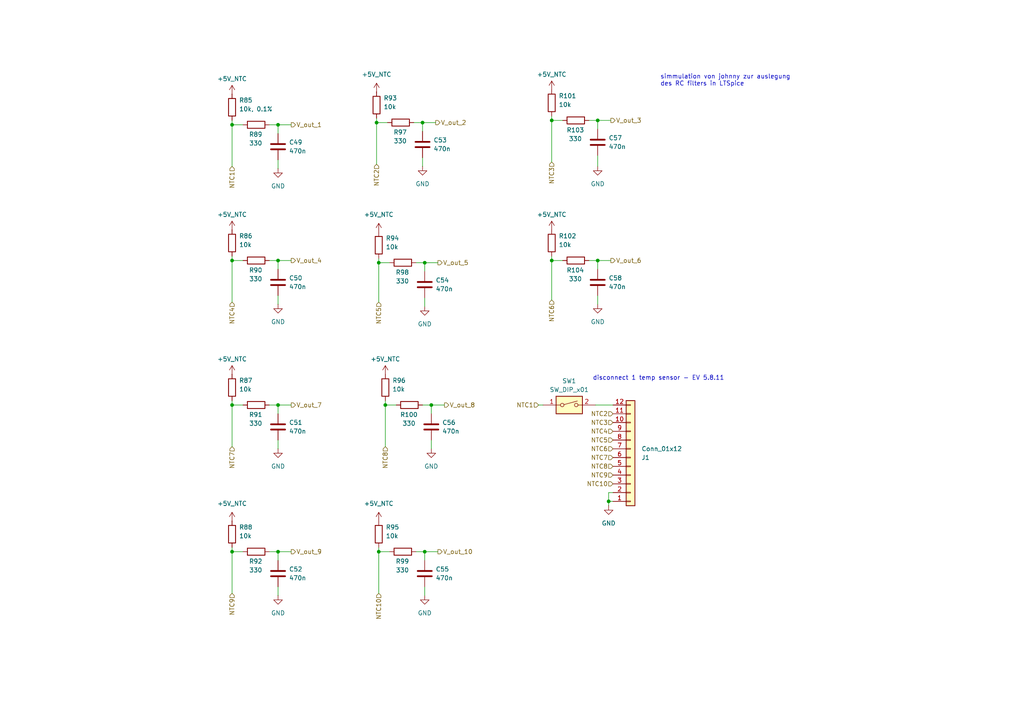
<source format=kicad_sch>
(kicad_sch
	(version 20231120)
	(generator "eeschema")
	(generator_version "8.0")
	(uuid "c04fa1e9-ff14-4ce8-b8e4-68ac8a1e4cda")
	(paper "A4")
	(lib_symbols
		(symbol "Connector_Generic:Conn_01x12"
			(pin_names
				(offset 1.016) hide)
			(exclude_from_sim no)
			(in_bom yes)
			(on_board yes)
			(property "Reference" "J"
				(at 0 15.24 0)
				(effects
					(font
						(size 1.27 1.27)
					)
				)
			)
			(property "Value" "Conn_01x12"
				(at 0 -17.78 0)
				(effects
					(font
						(size 1.27 1.27)
					)
				)
			)
			(property "Footprint" ""
				(at 0 0 0)
				(effects
					(font
						(size 1.27 1.27)
					)
					(hide yes)
				)
			)
			(property "Datasheet" "~"
				(at 0 0 0)
				(effects
					(font
						(size 1.27 1.27)
					)
					(hide yes)
				)
			)
			(property "Description" "Generic connector, single row, 01x12, script generated (kicad-library-utils/schlib/autogen/connector/)"
				(at 0 0 0)
				(effects
					(font
						(size 1.27 1.27)
					)
					(hide yes)
				)
			)
			(property "ki_keywords" "connector"
				(at 0 0 0)
				(effects
					(font
						(size 1.27 1.27)
					)
					(hide yes)
				)
			)
			(property "ki_fp_filters" "Connector*:*_1x??_*"
				(at 0 0 0)
				(effects
					(font
						(size 1.27 1.27)
					)
					(hide yes)
				)
			)
			(symbol "Conn_01x12_1_1"
				(rectangle
					(start -1.27 -15.113)
					(end 0 -15.367)
					(stroke
						(width 0.1524)
						(type default)
					)
					(fill
						(type none)
					)
				)
				(rectangle
					(start -1.27 -12.573)
					(end 0 -12.827)
					(stroke
						(width 0.1524)
						(type default)
					)
					(fill
						(type none)
					)
				)
				(rectangle
					(start -1.27 -10.033)
					(end 0 -10.287)
					(stroke
						(width 0.1524)
						(type default)
					)
					(fill
						(type none)
					)
				)
				(rectangle
					(start -1.27 -7.493)
					(end 0 -7.747)
					(stroke
						(width 0.1524)
						(type default)
					)
					(fill
						(type none)
					)
				)
				(rectangle
					(start -1.27 -4.953)
					(end 0 -5.207)
					(stroke
						(width 0.1524)
						(type default)
					)
					(fill
						(type none)
					)
				)
				(rectangle
					(start -1.27 -2.413)
					(end 0 -2.667)
					(stroke
						(width 0.1524)
						(type default)
					)
					(fill
						(type none)
					)
				)
				(rectangle
					(start -1.27 0.127)
					(end 0 -0.127)
					(stroke
						(width 0.1524)
						(type default)
					)
					(fill
						(type none)
					)
				)
				(rectangle
					(start -1.27 2.667)
					(end 0 2.413)
					(stroke
						(width 0.1524)
						(type default)
					)
					(fill
						(type none)
					)
				)
				(rectangle
					(start -1.27 5.207)
					(end 0 4.953)
					(stroke
						(width 0.1524)
						(type default)
					)
					(fill
						(type none)
					)
				)
				(rectangle
					(start -1.27 7.747)
					(end 0 7.493)
					(stroke
						(width 0.1524)
						(type default)
					)
					(fill
						(type none)
					)
				)
				(rectangle
					(start -1.27 10.287)
					(end 0 10.033)
					(stroke
						(width 0.1524)
						(type default)
					)
					(fill
						(type none)
					)
				)
				(rectangle
					(start -1.27 12.827)
					(end 0 12.573)
					(stroke
						(width 0.1524)
						(type default)
					)
					(fill
						(type none)
					)
				)
				(rectangle
					(start -1.27 13.97)
					(end 1.27 -16.51)
					(stroke
						(width 0.254)
						(type default)
					)
					(fill
						(type background)
					)
				)
				(pin passive line
					(at -5.08 12.7 0)
					(length 3.81)
					(name "Pin_1"
						(effects
							(font
								(size 1.27 1.27)
							)
						)
					)
					(number "1"
						(effects
							(font
								(size 1.27 1.27)
							)
						)
					)
				)
				(pin passive line
					(at -5.08 -10.16 0)
					(length 3.81)
					(name "Pin_10"
						(effects
							(font
								(size 1.27 1.27)
							)
						)
					)
					(number "10"
						(effects
							(font
								(size 1.27 1.27)
							)
						)
					)
				)
				(pin passive line
					(at -5.08 -12.7 0)
					(length 3.81)
					(name "Pin_11"
						(effects
							(font
								(size 1.27 1.27)
							)
						)
					)
					(number "11"
						(effects
							(font
								(size 1.27 1.27)
							)
						)
					)
				)
				(pin passive line
					(at -5.08 -15.24 0)
					(length 3.81)
					(name "Pin_12"
						(effects
							(font
								(size 1.27 1.27)
							)
						)
					)
					(number "12"
						(effects
							(font
								(size 1.27 1.27)
							)
						)
					)
				)
				(pin passive line
					(at -5.08 10.16 0)
					(length 3.81)
					(name "Pin_2"
						(effects
							(font
								(size 1.27 1.27)
							)
						)
					)
					(number "2"
						(effects
							(font
								(size 1.27 1.27)
							)
						)
					)
				)
				(pin passive line
					(at -5.08 7.62 0)
					(length 3.81)
					(name "Pin_3"
						(effects
							(font
								(size 1.27 1.27)
							)
						)
					)
					(number "3"
						(effects
							(font
								(size 1.27 1.27)
							)
						)
					)
				)
				(pin passive line
					(at -5.08 5.08 0)
					(length 3.81)
					(name "Pin_4"
						(effects
							(font
								(size 1.27 1.27)
							)
						)
					)
					(number "4"
						(effects
							(font
								(size 1.27 1.27)
							)
						)
					)
				)
				(pin passive line
					(at -5.08 2.54 0)
					(length 3.81)
					(name "Pin_5"
						(effects
							(font
								(size 1.27 1.27)
							)
						)
					)
					(number "5"
						(effects
							(font
								(size 1.27 1.27)
							)
						)
					)
				)
				(pin passive line
					(at -5.08 0 0)
					(length 3.81)
					(name "Pin_6"
						(effects
							(font
								(size 1.27 1.27)
							)
						)
					)
					(number "6"
						(effects
							(font
								(size 1.27 1.27)
							)
						)
					)
				)
				(pin passive line
					(at -5.08 -2.54 0)
					(length 3.81)
					(name "Pin_7"
						(effects
							(font
								(size 1.27 1.27)
							)
						)
					)
					(number "7"
						(effects
							(font
								(size 1.27 1.27)
							)
						)
					)
				)
				(pin passive line
					(at -5.08 -5.08 0)
					(length 3.81)
					(name "Pin_8"
						(effects
							(font
								(size 1.27 1.27)
							)
						)
					)
					(number "8"
						(effects
							(font
								(size 1.27 1.27)
							)
						)
					)
				)
				(pin passive line
					(at -5.08 -7.62 0)
					(length 3.81)
					(name "Pin_9"
						(effects
							(font
								(size 1.27 1.27)
							)
						)
					)
					(number "9"
						(effects
							(font
								(size 1.27 1.27)
							)
						)
					)
				)
			)
		)
		(symbol "Device:C"
			(pin_numbers hide)
			(pin_names
				(offset 0.254)
			)
			(exclude_from_sim no)
			(in_bom yes)
			(on_board yes)
			(property "Reference" "C"
				(at 0.635 2.54 0)
				(effects
					(font
						(size 1.27 1.27)
					)
					(justify left)
				)
			)
			(property "Value" "C"
				(at 0.635 -2.54 0)
				(effects
					(font
						(size 1.27 1.27)
					)
					(justify left)
				)
			)
			(property "Footprint" ""
				(at 0.9652 -3.81 0)
				(effects
					(font
						(size 1.27 1.27)
					)
					(hide yes)
				)
			)
			(property "Datasheet" "~"
				(at 0 0 0)
				(effects
					(font
						(size 1.27 1.27)
					)
					(hide yes)
				)
			)
			(property "Description" "Unpolarized capacitor"
				(at 0 0 0)
				(effects
					(font
						(size 1.27 1.27)
					)
					(hide yes)
				)
			)
			(property "ki_keywords" "cap capacitor"
				(at 0 0 0)
				(effects
					(font
						(size 1.27 1.27)
					)
					(hide yes)
				)
			)
			(property "ki_fp_filters" "C_*"
				(at 0 0 0)
				(effects
					(font
						(size 1.27 1.27)
					)
					(hide yes)
				)
			)
			(symbol "C_0_1"
				(polyline
					(pts
						(xy -2.032 -0.762) (xy 2.032 -0.762)
					)
					(stroke
						(width 0.508)
						(type default)
					)
					(fill
						(type none)
					)
				)
				(polyline
					(pts
						(xy -2.032 0.762) (xy 2.032 0.762)
					)
					(stroke
						(width 0.508)
						(type default)
					)
					(fill
						(type none)
					)
				)
			)
			(symbol "C_1_1"
				(pin passive line
					(at 0 3.81 270)
					(length 2.794)
					(name "~"
						(effects
							(font
								(size 1.27 1.27)
							)
						)
					)
					(number "1"
						(effects
							(font
								(size 1.27 1.27)
							)
						)
					)
				)
				(pin passive line
					(at 0 -3.81 90)
					(length 2.794)
					(name "~"
						(effects
							(font
								(size 1.27 1.27)
							)
						)
					)
					(number "2"
						(effects
							(font
								(size 1.27 1.27)
							)
						)
					)
				)
			)
		)
		(symbol "Device:R"
			(pin_numbers hide)
			(pin_names
				(offset 0)
			)
			(exclude_from_sim no)
			(in_bom yes)
			(on_board yes)
			(property "Reference" "R"
				(at 2.032 0 90)
				(effects
					(font
						(size 1.27 1.27)
					)
				)
			)
			(property "Value" "R"
				(at 0 0 90)
				(effects
					(font
						(size 1.27 1.27)
					)
				)
			)
			(property "Footprint" ""
				(at -1.778 0 90)
				(effects
					(font
						(size 1.27 1.27)
					)
					(hide yes)
				)
			)
			(property "Datasheet" "~"
				(at 0 0 0)
				(effects
					(font
						(size 1.27 1.27)
					)
					(hide yes)
				)
			)
			(property "Description" "Resistor"
				(at 0 0 0)
				(effects
					(font
						(size 1.27 1.27)
					)
					(hide yes)
				)
			)
			(property "ki_keywords" "R res resistor"
				(at 0 0 0)
				(effects
					(font
						(size 1.27 1.27)
					)
					(hide yes)
				)
			)
			(property "ki_fp_filters" "R_*"
				(at 0 0 0)
				(effects
					(font
						(size 1.27 1.27)
					)
					(hide yes)
				)
			)
			(symbol "R_0_1"
				(rectangle
					(start -1.016 -2.54)
					(end 1.016 2.54)
					(stroke
						(width 0.254)
						(type default)
					)
					(fill
						(type none)
					)
				)
			)
			(symbol "R_1_1"
				(pin passive line
					(at 0 3.81 270)
					(length 1.27)
					(name "~"
						(effects
							(font
								(size 1.27 1.27)
							)
						)
					)
					(number "1"
						(effects
							(font
								(size 1.27 1.27)
							)
						)
					)
				)
				(pin passive line
					(at 0 -3.81 90)
					(length 1.27)
					(name "~"
						(effects
							(font
								(size 1.27 1.27)
							)
						)
					)
					(number "2"
						(effects
							(font
								(size 1.27 1.27)
							)
						)
					)
				)
			)
		)
		(symbol "Switch:SW_DIP_x01"
			(pin_names
				(offset 0) hide)
			(exclude_from_sim no)
			(in_bom yes)
			(on_board yes)
			(property "Reference" "SW"
				(at 0 3.81 0)
				(effects
					(font
						(size 1.27 1.27)
					)
				)
			)
			(property "Value" "SW_DIP_x01"
				(at 0 -3.81 0)
				(effects
					(font
						(size 1.27 1.27)
					)
				)
			)
			(property "Footprint" ""
				(at 0 0 0)
				(effects
					(font
						(size 1.27 1.27)
					)
					(hide yes)
				)
			)
			(property "Datasheet" "~"
				(at 0 0 0)
				(effects
					(font
						(size 1.27 1.27)
					)
					(hide yes)
				)
			)
			(property "Description" "1x DIP Switch, Single Pole Single Throw (SPST) switch, small symbol"
				(at 0 0 0)
				(effects
					(font
						(size 1.27 1.27)
					)
					(hide yes)
				)
			)
			(property "ki_keywords" "dip switch"
				(at 0 0 0)
				(effects
					(font
						(size 1.27 1.27)
					)
					(hide yes)
				)
			)
			(property "ki_fp_filters" "SW?DIP?x1*"
				(at 0 0 0)
				(effects
					(font
						(size 1.27 1.27)
					)
					(hide yes)
				)
			)
			(symbol "SW_DIP_x01_0_0"
				(circle
					(center -2.032 0)
					(radius 0.508)
					(stroke
						(width 0)
						(type default)
					)
					(fill
						(type none)
					)
				)
				(polyline
					(pts
						(xy -1.524 0.127) (xy 2.3622 1.1684)
					)
					(stroke
						(width 0)
						(type default)
					)
					(fill
						(type none)
					)
				)
				(circle
					(center 2.032 0)
					(radius 0.508)
					(stroke
						(width 0)
						(type default)
					)
					(fill
						(type none)
					)
				)
			)
			(symbol "SW_DIP_x01_0_1"
				(rectangle
					(start -3.81 2.54)
					(end 3.81 -2.54)
					(stroke
						(width 0.254)
						(type default)
					)
					(fill
						(type background)
					)
				)
			)
			(symbol "SW_DIP_x01_1_1"
				(pin passive line
					(at -7.62 0 0)
					(length 5.08)
					(name "~"
						(effects
							(font
								(size 1.27 1.27)
							)
						)
					)
					(number "1"
						(effects
							(font
								(size 1.27 1.27)
							)
						)
					)
				)
				(pin passive line
					(at 7.62 0 180)
					(length 5.08)
					(name "~"
						(effects
							(font
								(size 1.27 1.27)
							)
						)
					)
					(number "2"
						(effects
							(font
								(size 1.27 1.27)
							)
						)
					)
				)
			)
		)
		(symbol "power:+5V"
			(power)
			(pin_numbers hide)
			(pin_names
				(offset 0) hide)
			(exclude_from_sim no)
			(in_bom yes)
			(on_board yes)
			(property "Reference" "#PWR"
				(at 0 -3.81 0)
				(effects
					(font
						(size 1.27 1.27)
					)
					(hide yes)
				)
			)
			(property "Value" "+5V"
				(at 0 3.556 0)
				(effects
					(font
						(size 1.27 1.27)
					)
				)
			)
			(property "Footprint" ""
				(at 0 0 0)
				(effects
					(font
						(size 1.27 1.27)
					)
					(hide yes)
				)
			)
			(property "Datasheet" ""
				(at 0 0 0)
				(effects
					(font
						(size 1.27 1.27)
					)
					(hide yes)
				)
			)
			(property "Description" "Power symbol creates a global label with name \"+5V\""
				(at 0 0 0)
				(effects
					(font
						(size 1.27 1.27)
					)
					(hide yes)
				)
			)
			(property "ki_keywords" "global power"
				(at 0 0 0)
				(effects
					(font
						(size 1.27 1.27)
					)
					(hide yes)
				)
			)
			(symbol "+5V_0_1"
				(polyline
					(pts
						(xy -0.762 1.27) (xy 0 2.54)
					)
					(stroke
						(width 0)
						(type default)
					)
					(fill
						(type none)
					)
				)
				(polyline
					(pts
						(xy 0 0) (xy 0 2.54)
					)
					(stroke
						(width 0)
						(type default)
					)
					(fill
						(type none)
					)
				)
				(polyline
					(pts
						(xy 0 2.54) (xy 0.762 1.27)
					)
					(stroke
						(width 0)
						(type default)
					)
					(fill
						(type none)
					)
				)
			)
			(symbol "+5V_1_1"
				(pin power_in line
					(at 0 0 90)
					(length 0)
					(name "~"
						(effects
							(font
								(size 1.27 1.27)
							)
						)
					)
					(number "1"
						(effects
							(font
								(size 1.27 1.27)
							)
						)
					)
				)
			)
		)
		(symbol "power:GND"
			(power)
			(pin_numbers hide)
			(pin_names
				(offset 0) hide)
			(exclude_from_sim no)
			(in_bom yes)
			(on_board yes)
			(property "Reference" "#PWR"
				(at 0 -6.35 0)
				(effects
					(font
						(size 1.27 1.27)
					)
					(hide yes)
				)
			)
			(property "Value" "GND"
				(at 0 -3.81 0)
				(effects
					(font
						(size 1.27 1.27)
					)
				)
			)
			(property "Footprint" ""
				(at 0 0 0)
				(effects
					(font
						(size 1.27 1.27)
					)
					(hide yes)
				)
			)
			(property "Datasheet" ""
				(at 0 0 0)
				(effects
					(font
						(size 1.27 1.27)
					)
					(hide yes)
				)
			)
			(property "Description" "Power symbol creates a global label with name \"GND\" , ground"
				(at 0 0 0)
				(effects
					(font
						(size 1.27 1.27)
					)
					(hide yes)
				)
			)
			(property "ki_keywords" "global power"
				(at 0 0 0)
				(effects
					(font
						(size 1.27 1.27)
					)
					(hide yes)
				)
			)
			(symbol "GND_0_1"
				(polyline
					(pts
						(xy 0 0) (xy 0 -1.27) (xy 1.27 -1.27) (xy 0 -2.54) (xy -1.27 -1.27) (xy 0 -1.27)
					)
					(stroke
						(width 0)
						(type default)
					)
					(fill
						(type none)
					)
				)
			)
			(symbol "GND_1_1"
				(pin power_in line
					(at 0 0 270)
					(length 0)
					(name "~"
						(effects
							(font
								(size 1.27 1.27)
							)
						)
					)
					(number "1"
						(effects
							(font
								(size 1.27 1.27)
							)
						)
					)
				)
			)
		)
	)
	(junction
		(at 67.31 160.02)
		(diameter 0)
		(color 0 0 0 0)
		(uuid "01fb401c-c95a-41ca-9934-8a7e7b81bffd")
	)
	(junction
		(at 67.31 117.475)
		(diameter 0)
		(color 0 0 0 0)
		(uuid "0847b9ca-0a1c-46f0-b1ea-5dc81f91fb2a")
	)
	(junction
		(at 176.53 145.415)
		(diameter 0)
		(color 0 0 0 0)
		(uuid "0abfc9d8-ea44-4835-b1f4-508e280cda93")
	)
	(junction
		(at 160.02 75.565)
		(diameter 0)
		(color 0 0 0 0)
		(uuid "11df4e94-ecc9-4952-9c0c-cd9ddb20b998")
	)
	(junction
		(at 80.645 36.195)
		(diameter 0)
		(color 0 0 0 0)
		(uuid "1b1d9fe1-28ea-449c-a63c-d0b6e2fe3276")
	)
	(junction
		(at 123.19 76.2)
		(diameter 0)
		(color 0 0 0 0)
		(uuid "1f52d40d-de37-48b0-a69e-8ae1d28aa0e7")
	)
	(junction
		(at 109.855 160.02)
		(diameter 0)
		(color 0 0 0 0)
		(uuid "21fa2cf2-6643-450f-9b3b-d185ef9aa089")
	)
	(junction
		(at 109.22 35.56)
		(diameter 0)
		(color 0 0 0 0)
		(uuid "2341f4e3-29fb-4001-89bf-58127edc70be")
	)
	(junction
		(at 123.19 160.02)
		(diameter 0)
		(color 0 0 0 0)
		(uuid "4d794a22-5501-43bb-ad28-0d9af24a8af2")
	)
	(junction
		(at 80.645 160.02)
		(diameter 0)
		(color 0 0 0 0)
		(uuid "5eb1bdc0-5e86-4168-9085-8954f9008253")
	)
	(junction
		(at 125.095 117.475)
		(diameter 0)
		(color 0 0 0 0)
		(uuid "6ad276b1-c67d-4da7-993a-7fba78c75dcf")
	)
	(junction
		(at 67.31 36.195)
		(diameter 0)
		(color 0 0 0 0)
		(uuid "6ffde988-d1b9-4e5a-94e2-c4b766b195e6")
	)
	(junction
		(at 122.555 35.56)
		(diameter 0)
		(color 0 0 0 0)
		(uuid "75073320-32c2-4d03-bd64-6c51e9e8bab2")
	)
	(junction
		(at 173.355 75.565)
		(diameter 0)
		(color 0 0 0 0)
		(uuid "8ddf13bb-4ae8-4ed6-88fc-150e1a8fceda")
	)
	(junction
		(at 80.645 75.565)
		(diameter 0)
		(color 0 0 0 0)
		(uuid "9f0bc0fc-3b7c-4b93-8561-55714d207f35")
	)
	(junction
		(at 160.02 34.925)
		(diameter 0)
		(color 0 0 0 0)
		(uuid "a5d40e78-aa87-4584-b256-812d31e56220")
	)
	(junction
		(at 67.31 75.565)
		(diameter 0)
		(color 0 0 0 0)
		(uuid "c936cf66-68a3-43ed-8889-ef9aef24fcce")
	)
	(junction
		(at 80.645 117.475)
		(diameter 0)
		(color 0 0 0 0)
		(uuid "dfa73a03-8a7f-42c0-9613-f70531bfe634")
	)
	(junction
		(at 173.355 34.925)
		(diameter 0)
		(color 0 0 0 0)
		(uuid "e065e274-b97d-430d-b8f3-78ac7555fd17")
	)
	(junction
		(at 109.855 76.2)
		(diameter 0)
		(color 0 0 0 0)
		(uuid "f700d287-49d4-47c8-b83e-3ff34e32540d")
	)
	(junction
		(at 111.76 117.475)
		(diameter 0)
		(color 0 0 0 0)
		(uuid "fdfdcc8f-d662-4303-8301-21e070710f7a")
	)
	(wire
		(pts
			(xy 67.31 74.295) (xy 67.31 75.565)
		)
		(stroke
			(width 0)
			(type default)
		)
		(uuid "05867618-329b-47dd-9888-267c91ce9118")
	)
	(wire
		(pts
			(xy 67.31 158.75) (xy 67.31 160.02)
		)
		(stroke
			(width 0)
			(type default)
		)
		(uuid "09229c9c-dd0a-43a0-ae37-68006e44797e")
	)
	(wire
		(pts
			(xy 67.31 160.02) (xy 67.31 172.085)
		)
		(stroke
			(width 0)
			(type default)
		)
		(uuid "0a61b3d1-e9d8-4ba1-bb3f-15c8742ecb20")
	)
	(wire
		(pts
			(xy 109.855 160.02) (xy 113.03 160.02)
		)
		(stroke
			(width 0)
			(type default)
		)
		(uuid "0fbc10fd-2d1f-43fe-ab98-fa77d422e977")
	)
	(wire
		(pts
			(xy 80.645 36.195) (xy 84.455 36.195)
		)
		(stroke
			(width 0)
			(type default)
		)
		(uuid "1519fe6d-dc2d-4115-951e-e1f46902d14f")
	)
	(wire
		(pts
			(xy 67.31 116.205) (xy 67.31 117.475)
		)
		(stroke
			(width 0)
			(type default)
		)
		(uuid "1b97dc00-52a9-4e67-a44b-9ec720d23fc9")
	)
	(wire
		(pts
			(xy 156.21 117.475) (xy 157.48 117.475)
		)
		(stroke
			(width 0)
			(type default)
		)
		(uuid "1c6f90f1-3857-4cb0-9c9a-6841e42027c4")
	)
	(wire
		(pts
			(xy 80.645 160.02) (xy 80.645 162.56)
		)
		(stroke
			(width 0)
			(type default)
		)
		(uuid "1dd6ebbf-27a5-44ee-bec0-0743b5a41dc6")
	)
	(wire
		(pts
			(xy 80.645 88.265) (xy 80.645 85.725)
		)
		(stroke
			(width 0)
			(type default)
		)
		(uuid "22b56279-4a73-48b4-8012-6a4a9f97c8ef")
	)
	(wire
		(pts
			(xy 80.645 130.175) (xy 80.645 127.635)
		)
		(stroke
			(width 0)
			(type default)
		)
		(uuid "269e5df9-8ea8-432e-a808-d8e27224a097")
	)
	(wire
		(pts
			(xy 173.355 75.565) (xy 173.355 78.105)
		)
		(stroke
			(width 0)
			(type default)
		)
		(uuid "33c995b0-d84a-4e9c-b5f4-84b73530cfef")
	)
	(wire
		(pts
			(xy 109.855 158.75) (xy 109.855 160.02)
		)
		(stroke
			(width 0)
			(type default)
		)
		(uuid "3981178f-ad8f-4541-b4f3-e619ac67186c")
	)
	(wire
		(pts
			(xy 111.76 117.475) (xy 111.76 129.54)
		)
		(stroke
			(width 0)
			(type default)
		)
		(uuid "3dd3ee71-abe2-4fbc-8b89-d69ea4c4d178")
	)
	(wire
		(pts
			(xy 109.22 35.56) (xy 109.22 47.625)
		)
		(stroke
			(width 0)
			(type default)
		)
		(uuid "3e924cd6-663e-4824-90ff-62dd86d4e2c9")
	)
	(wire
		(pts
			(xy 67.31 36.195) (xy 67.31 48.26)
		)
		(stroke
			(width 0)
			(type default)
		)
		(uuid "47bda7fd-7b36-4985-a056-bde39d01be27")
	)
	(wire
		(pts
			(xy 170.815 75.565) (xy 173.355 75.565)
		)
		(stroke
			(width 0)
			(type default)
		)
		(uuid "490ed9e9-18a1-4dd6-8a0e-289e7e6e9900")
	)
	(wire
		(pts
			(xy 123.19 160.02) (xy 127 160.02)
		)
		(stroke
			(width 0)
			(type default)
		)
		(uuid "4a4af83f-858b-45de-ab67-e57ede698612")
	)
	(wire
		(pts
			(xy 67.31 117.475) (xy 67.31 129.54)
		)
		(stroke
			(width 0)
			(type default)
		)
		(uuid "4d18d1a4-7eb8-4de6-a24e-f24874806ce6")
	)
	(wire
		(pts
			(xy 80.645 75.565) (xy 80.645 78.105)
		)
		(stroke
			(width 0)
			(type default)
		)
		(uuid "5189202a-cd66-4afc-ba5b-9a1b5b1581c6")
	)
	(wire
		(pts
			(xy 109.855 160.02) (xy 109.855 172.085)
		)
		(stroke
			(width 0)
			(type default)
		)
		(uuid "5a4a7597-eda6-4950-b468-3f9456ff3015")
	)
	(wire
		(pts
			(xy 125.095 117.475) (xy 128.905 117.475)
		)
		(stroke
			(width 0)
			(type default)
		)
		(uuid "5f63a578-c279-489d-81bc-87419518fc53")
	)
	(wire
		(pts
			(xy 122.555 35.56) (xy 126.365 35.56)
		)
		(stroke
			(width 0)
			(type default)
		)
		(uuid "619b3bb9-a5a9-4bca-b182-c00731e119b7")
	)
	(wire
		(pts
			(xy 170.815 34.925) (xy 173.355 34.925)
		)
		(stroke
			(width 0)
			(type default)
		)
		(uuid "68436125-8aa1-49f0-916b-ad5257a7023c")
	)
	(wire
		(pts
			(xy 122.555 35.56) (xy 122.555 38.1)
		)
		(stroke
			(width 0)
			(type default)
		)
		(uuid "6a3b0c17-d9fd-45a9-ba54-e1c9cda9419e")
	)
	(wire
		(pts
			(xy 176.53 145.415) (xy 177.8 145.415)
		)
		(stroke
			(width 0)
			(type default)
		)
		(uuid "6c0707fb-e7dc-44a8-99bc-fa98e2969787")
	)
	(wire
		(pts
			(xy 78.105 75.565) (xy 80.645 75.565)
		)
		(stroke
			(width 0)
			(type default)
		)
		(uuid "6ca1a23c-7450-4c53-a1ac-ccd9564a22a5")
	)
	(wire
		(pts
			(xy 176.53 142.875) (xy 177.8 142.875)
		)
		(stroke
			(width 0)
			(type default)
		)
		(uuid "6d43f3a2-2ca8-4be5-9ab9-45823cf69505")
	)
	(wire
		(pts
			(xy 173.355 88.265) (xy 173.355 85.725)
		)
		(stroke
			(width 0)
			(type default)
		)
		(uuid "6ddbeeb4-ca91-4394-924a-115c5bcb3f55")
	)
	(wire
		(pts
			(xy 80.645 117.475) (xy 80.645 120.015)
		)
		(stroke
			(width 0)
			(type default)
		)
		(uuid "6e2f45d2-3e57-4762-9610-34f2dc35d9ae")
	)
	(wire
		(pts
			(xy 125.095 117.475) (xy 125.095 120.015)
		)
		(stroke
			(width 0)
			(type default)
		)
		(uuid "6f0277cd-1e96-4f7f-bec3-03176c48c4de")
	)
	(wire
		(pts
			(xy 173.355 34.925) (xy 173.355 37.465)
		)
		(stroke
			(width 0)
			(type default)
		)
		(uuid "71233b7d-9c9a-42c6-8859-ad8469f49fbc")
	)
	(wire
		(pts
			(xy 80.645 36.195) (xy 80.645 38.735)
		)
		(stroke
			(width 0)
			(type default)
		)
		(uuid "7345c3a8-140f-4493-b9bd-860da7208990")
	)
	(wire
		(pts
			(xy 160.02 74.295) (xy 160.02 75.565)
		)
		(stroke
			(width 0)
			(type default)
		)
		(uuid "749c5ba4-37d5-43b3-a68a-b3f4dd2b7254")
	)
	(wire
		(pts
			(xy 80.645 117.475) (xy 84.455 117.475)
		)
		(stroke
			(width 0)
			(type default)
		)
		(uuid "75363d5f-b9c7-493f-80c6-0462362b522d")
	)
	(wire
		(pts
			(xy 160.02 34.925) (xy 163.195 34.925)
		)
		(stroke
			(width 0)
			(type default)
		)
		(uuid "75fa0159-07f1-408a-ad12-1180d4fa99c5")
	)
	(wire
		(pts
			(xy 109.22 35.56) (xy 112.395 35.56)
		)
		(stroke
			(width 0)
			(type default)
		)
		(uuid "812168b9-5ca3-4090-a402-17ce3dc3df94")
	)
	(wire
		(pts
			(xy 122.555 48.26) (xy 122.555 45.72)
		)
		(stroke
			(width 0)
			(type default)
		)
		(uuid "88844417-e263-458b-8933-914b788f3a83")
	)
	(wire
		(pts
			(xy 67.31 36.195) (xy 70.485 36.195)
		)
		(stroke
			(width 0)
			(type default)
		)
		(uuid "8d9ea2f1-427e-4130-9c7f-e2db7cb71a68")
	)
	(wire
		(pts
			(xy 173.355 34.925) (xy 177.165 34.925)
		)
		(stroke
			(width 0)
			(type default)
		)
		(uuid "8ee4ae0e-276f-415f-9bff-e17a3e4b17b7")
	)
	(wire
		(pts
			(xy 67.31 75.565) (xy 70.485 75.565)
		)
		(stroke
			(width 0)
			(type default)
		)
		(uuid "953c589c-cdbc-485a-bf8c-7caf43c5cf6b")
	)
	(wire
		(pts
			(xy 78.105 36.195) (xy 80.645 36.195)
		)
		(stroke
			(width 0)
			(type default)
		)
		(uuid "9884bede-9d12-42b7-9c7e-84b87c56f61c")
	)
	(wire
		(pts
			(xy 78.105 117.475) (xy 80.645 117.475)
		)
		(stroke
			(width 0)
			(type default)
		)
		(uuid "98edeba6-46cf-4998-8814-cc5350eb6ea3")
	)
	(wire
		(pts
			(xy 123.19 172.72) (xy 123.19 170.18)
		)
		(stroke
			(width 0)
			(type default)
		)
		(uuid "99f8fe99-3012-4d2a-a6b5-574094982fb4")
	)
	(wire
		(pts
			(xy 67.31 117.475) (xy 70.485 117.475)
		)
		(stroke
			(width 0)
			(type default)
		)
		(uuid "9aff0929-72fb-4dc0-8c5b-e276746107b9")
	)
	(wire
		(pts
			(xy 109.855 76.2) (xy 109.855 87.63)
		)
		(stroke
			(width 0)
			(type default)
		)
		(uuid "9d08fb7c-2560-4f43-81ba-b2db9762c044")
	)
	(wire
		(pts
			(xy 109.855 76.2) (xy 113.03 76.2)
		)
		(stroke
			(width 0)
			(type default)
		)
		(uuid "9ed9896d-b507-46cc-884a-86565f26aa7d")
	)
	(wire
		(pts
			(xy 67.31 75.565) (xy 67.31 87.63)
		)
		(stroke
			(width 0)
			(type default)
		)
		(uuid "9f1979f8-d436-4b12-9352-1358d017431f")
	)
	(wire
		(pts
			(xy 172.72 117.475) (xy 177.8 117.475)
		)
		(stroke
			(width 0)
			(type default)
		)
		(uuid "b0f2dc12-134b-45a5-bc06-ac5723f9b6c3")
	)
	(wire
		(pts
			(xy 125.095 130.175) (xy 125.095 127.635)
		)
		(stroke
			(width 0)
			(type default)
		)
		(uuid "b1b77055-f7ba-44cb-b333-ad81016cdc6e")
	)
	(wire
		(pts
			(xy 80.645 48.895) (xy 80.645 46.355)
		)
		(stroke
			(width 0)
			(type default)
		)
		(uuid "b23a0464-771c-4b6b-af40-8b0a0b880e42")
	)
	(wire
		(pts
			(xy 111.76 117.475) (xy 114.935 117.475)
		)
		(stroke
			(width 0)
			(type default)
		)
		(uuid "b2a0a806-ad9b-4c7d-bebb-ceb3a3e9a50e")
	)
	(wire
		(pts
			(xy 120.015 35.56) (xy 122.555 35.56)
		)
		(stroke
			(width 0)
			(type default)
		)
		(uuid "b34c9e31-2faa-4352-8e59-6975c89307c7")
	)
	(wire
		(pts
			(xy 173.355 48.26) (xy 173.355 45.085)
		)
		(stroke
			(width 0)
			(type default)
		)
		(uuid "c3d9b96c-c0a6-4179-be46-085ddd7e5693")
	)
	(wire
		(pts
			(xy 111.76 116.205) (xy 111.76 117.475)
		)
		(stroke
			(width 0)
			(type default)
		)
		(uuid "c6ea5e8e-5d1a-43de-845f-1697e8a67884")
	)
	(wire
		(pts
			(xy 122.555 117.475) (xy 125.095 117.475)
		)
		(stroke
			(width 0)
			(type default)
		)
		(uuid "c789cf90-c6cb-4c12-bd89-114381af874b")
	)
	(wire
		(pts
			(xy 160.02 34.925) (xy 160.02 46.99)
		)
		(stroke
			(width 0)
			(type default)
		)
		(uuid "cb85bf9b-0942-4e25-96ab-323538a54d02")
	)
	(wire
		(pts
			(xy 109.22 34.29) (xy 109.22 35.56)
		)
		(stroke
			(width 0)
			(type default)
		)
		(uuid "cbfacf06-ff51-4375-bd88-8252c63f6cfc")
	)
	(wire
		(pts
			(xy 120.65 160.02) (xy 123.19 160.02)
		)
		(stroke
			(width 0)
			(type default)
		)
		(uuid "cf670265-cef7-41d6-9829-ee0de89e675b")
	)
	(wire
		(pts
			(xy 120.65 76.2) (xy 123.19 76.2)
		)
		(stroke
			(width 0)
			(type default)
		)
		(uuid "d511874c-3055-47d8-b4b3-d6e8c192caf4")
	)
	(wire
		(pts
			(xy 160.02 75.565) (xy 163.195 75.565)
		)
		(stroke
			(width 0)
			(type default)
		)
		(uuid "d69241ef-6276-4487-8ccb-dc53ddd72c86")
	)
	(wire
		(pts
			(xy 173.355 75.565) (xy 177.165 75.565)
		)
		(stroke
			(width 0)
			(type default)
		)
		(uuid "d6fb409e-1ab1-46a2-82d9-6afbbfa404a4")
	)
	(wire
		(pts
			(xy 80.645 75.565) (xy 84.455 75.565)
		)
		(stroke
			(width 0)
			(type default)
		)
		(uuid "d7785053-66d5-4e56-b90b-62638e5cc28e")
	)
	(wire
		(pts
			(xy 80.645 160.02) (xy 84.455 160.02)
		)
		(stroke
			(width 0)
			(type default)
		)
		(uuid "d992a387-0ed9-493c-9506-e5f0f830a0e2")
	)
	(wire
		(pts
			(xy 78.105 160.02) (xy 80.645 160.02)
		)
		(stroke
			(width 0)
			(type default)
		)
		(uuid "dc7aea48-42c0-43ce-ace0-7be18ca15968")
	)
	(wire
		(pts
			(xy 160.02 33.655) (xy 160.02 34.925)
		)
		(stroke
			(width 0)
			(type default)
		)
		(uuid "de393ef1-95b7-4d25-b72e-dc59ec89f587")
	)
	(wire
		(pts
			(xy 123.19 160.02) (xy 123.19 162.56)
		)
		(stroke
			(width 0)
			(type default)
		)
		(uuid "e3016d78-4f5b-4d3e-bb99-784ea5f68aa8")
	)
	(wire
		(pts
			(xy 123.19 88.9) (xy 123.19 86.36)
		)
		(stroke
			(width 0)
			(type default)
		)
		(uuid "e385d0be-3c80-4bd0-9756-72a492dc922c")
	)
	(wire
		(pts
			(xy 176.53 145.415) (xy 176.53 142.875)
		)
		(stroke
			(width 0)
			(type default)
		)
		(uuid "e42a5cc2-8999-4d12-939f-37dd6b7f2a1f")
	)
	(wire
		(pts
			(xy 176.53 146.685) (xy 176.53 145.415)
		)
		(stroke
			(width 0)
			(type default)
		)
		(uuid "e99d282c-4bc7-4a44-b17e-f7b2d87e1a43")
	)
	(wire
		(pts
			(xy 80.645 172.72) (xy 80.645 170.18)
		)
		(stroke
			(width 0)
			(type default)
		)
		(uuid "f7c3eeba-dd21-4110-941c-2925abce6d1b")
	)
	(wire
		(pts
			(xy 160.02 75.565) (xy 160.02 86.995)
		)
		(stroke
			(width 0)
			(type default)
		)
		(uuid "fa18c5e7-83d7-41bb-b520-628b807c7a58")
	)
	(wire
		(pts
			(xy 109.855 74.93) (xy 109.855 76.2)
		)
		(stroke
			(width 0)
			(type default)
		)
		(uuid "fa67102f-78be-4f12-9a74-690398015180")
	)
	(wire
		(pts
			(xy 67.31 160.02) (xy 70.485 160.02)
		)
		(stroke
			(width 0)
			(type default)
		)
		(uuid "fa95a7b4-9a06-40d8-9749-7097f40ed4b8")
	)
	(wire
		(pts
			(xy 123.19 76.2) (xy 123.19 78.74)
		)
		(stroke
			(width 0)
			(type default)
		)
		(uuid "fad73009-683f-4405-acbd-6d37b2115329")
	)
	(wire
		(pts
			(xy 123.19 76.2) (xy 127 76.2)
		)
		(stroke
			(width 0)
			(type default)
		)
		(uuid "fce6303c-d884-4788-aaf7-a80f37c1ec79")
	)
	(wire
		(pts
			(xy 67.31 34.925) (xy 67.31 36.195)
		)
		(stroke
			(width 0)
			(type default)
		)
		(uuid "fe1a72d5-608f-4c45-b53e-482c1c74fba6")
	)
	(text "disconnect 1 temp sensor - EV 5.8.11"
		(exclude_from_sim no)
		(at 191.008 109.728 0)
		(effects
			(font
				(size 1.27 1.27)
			)
		)
		(uuid "763572f0-043b-4b98-9662-8e4fe955b7cd")
	)
	(text "simmulation von johnny zur auslegung\ndes RC filters in LTSpice"
		(exclude_from_sim no)
		(at 191.516 23.368 0)
		(effects
			(font
				(size 1.27 1.27)
			)
			(justify left)
		)
		(uuid "fa357589-d187-417d-b36e-ec5bd7226974")
	)
	(hierarchical_label "NTC5"
		(shape input)
		(at 109.855 87.63 270)
		(fields_autoplaced yes)
		(effects
			(font
				(size 1.27 1.27)
			)
			(justify right)
		)
		(uuid "01bc7591-b5af-4451-8ab2-f846087c2847")
	)
	(hierarchical_label "NTC8"
		(shape input)
		(at 177.8 135.255 180)
		(fields_autoplaced yes)
		(effects
			(font
				(size 1.27 1.27)
			)
			(justify right)
		)
		(uuid "0877d408-3419-40f8-a98b-feeaa7bb5873")
	)
	(hierarchical_label "V_out_8"
		(shape output)
		(at 128.905 117.475 0)
		(fields_autoplaced yes)
		(effects
			(font
				(size 1.27 1.27)
			)
			(justify left)
		)
		(uuid "18809dd2-ae66-4823-8dc9-b786bc68c03d")
	)
	(hierarchical_label "NTC8"
		(shape input)
		(at 111.76 129.54 270)
		(fields_autoplaced yes)
		(effects
			(font
				(size 1.27 1.27)
			)
			(justify right)
		)
		(uuid "2b9f70f1-3b76-45d1-9011-246e9cc8a767")
	)
	(hierarchical_label "V_out_6"
		(shape output)
		(at 177.165 75.565 0)
		(fields_autoplaced yes)
		(effects
			(font
				(size 1.27 1.27)
			)
			(justify left)
		)
		(uuid "2f4f307e-8d44-4203-895e-1d7830531326")
	)
	(hierarchical_label "NTC3"
		(shape input)
		(at 177.8 122.555 180)
		(fields_autoplaced yes)
		(effects
			(font
				(size 1.27 1.27)
			)
			(justify right)
		)
		(uuid "30ea16d7-3f94-4000-8579-35a3a47586dc")
	)
	(hierarchical_label "NTC4"
		(shape input)
		(at 177.8 125.095 180)
		(fields_autoplaced yes)
		(effects
			(font
				(size 1.27 1.27)
			)
			(justify right)
		)
		(uuid "3796f2f2-c3f0-4e00-ad9c-d6da808aa496")
	)
	(hierarchical_label "NTC1"
		(shape input)
		(at 67.31 48.26 270)
		(fields_autoplaced yes)
		(effects
			(font
				(size 1.27 1.27)
			)
			(justify right)
		)
		(uuid "4774d135-86c3-41f9-b086-c68fad0da12f")
	)
	(hierarchical_label "NTC1"
		(shape input)
		(at 156.21 117.475 180)
		(fields_autoplaced yes)
		(effects
			(font
				(size 1.27 1.27)
			)
			(justify right)
		)
		(uuid "500208b4-0fd5-45dc-9493-12a1951b23dd")
	)
	(hierarchical_label "NTC6"
		(shape input)
		(at 160.02 86.995 270)
		(fields_autoplaced yes)
		(effects
			(font
				(size 1.27 1.27)
			)
			(justify right)
		)
		(uuid "5234e458-4c31-4adf-ba29-6935029a01a0")
	)
	(hierarchical_label "V_out_9"
		(shape output)
		(at 84.455 160.02 0)
		(fields_autoplaced yes)
		(effects
			(font
				(size 1.27 1.27)
			)
			(justify left)
		)
		(uuid "5a14d59c-56de-48be-bc1f-a12f4048514f")
	)
	(hierarchical_label "NTC9"
		(shape input)
		(at 67.31 172.085 270)
		(fields_autoplaced yes)
		(effects
			(font
				(size 1.27 1.27)
			)
			(justify right)
		)
		(uuid "7c11307a-8627-4184-9b04-4dc086c884d7")
	)
	(hierarchical_label "NTC7"
		(shape input)
		(at 177.8 132.715 180)
		(fields_autoplaced yes)
		(effects
			(font
				(size 1.27 1.27)
			)
			(justify right)
		)
		(uuid "87659909-4bf4-47ae-b14a-bf332e97ed2e")
	)
	(hierarchical_label "NTC4"
		(shape input)
		(at 67.31 87.63 270)
		(fields_autoplaced yes)
		(effects
			(font
				(size 1.27 1.27)
			)
			(justify right)
		)
		(uuid "906155e9-2f86-4df6-bbb3-f72ca8822ef2")
	)
	(hierarchical_label "NTC2"
		(shape input)
		(at 177.8 120.015 180)
		(fields_autoplaced yes)
		(effects
			(font
				(size 1.27 1.27)
			)
			(justify right)
		)
		(uuid "9984c3fb-52a3-4150-a8c5-188724f7f172")
	)
	(hierarchical_label "NTC7"
		(shape input)
		(at 67.31 129.54 270)
		(fields_autoplaced yes)
		(effects
			(font
				(size 1.27 1.27)
			)
			(justify right)
		)
		(uuid "a13f9791-7ed3-425e-80b2-7a20506663ce")
	)
	(hierarchical_label "NTC6"
		(shape input)
		(at 177.8 130.175 180)
		(fields_autoplaced yes)
		(effects
			(font
				(size 1.27 1.27)
			)
			(justify right)
		)
		(uuid "ac745175-5a97-4064-a1be-82ccca9cfc6b")
	)
	(hierarchical_label "V_out_1"
		(shape output)
		(at 84.455 36.195 0)
		(fields_autoplaced yes)
		(effects
			(font
				(size 1.27 1.27)
			)
			(justify left)
		)
		(uuid "bd6d4b57-6ff3-4757-8790-ece69bc04469")
	)
	(hierarchical_label "V_out_4"
		(shape output)
		(at 84.455 75.565 0)
		(fields_autoplaced yes)
		(effects
			(font
				(size 1.27 1.27)
			)
			(justify left)
		)
		(uuid "bdd46581-f182-42ed-a525-82088cf63b63")
	)
	(hierarchical_label "V_out_2"
		(shape output)
		(at 126.365 35.56 0)
		(fields_autoplaced yes)
		(effects
			(font
				(size 1.27 1.27)
			)
			(justify left)
		)
		(uuid "c145db02-7976-44fd-88dd-3351006a9f34")
	)
	(hierarchical_label "NTC10"
		(shape input)
		(at 109.855 172.085 270)
		(fields_autoplaced yes)
		(effects
			(font
				(size 1.27 1.27)
			)
			(justify right)
		)
		(uuid "d250504a-3632-4041-845b-3b7f51e4f1ea")
	)
	(hierarchical_label "NTC5"
		(shape input)
		(at 177.8 127.635 180)
		(fields_autoplaced yes)
		(effects
			(font
				(size 1.27 1.27)
			)
			(justify right)
		)
		(uuid "d6bea22e-b86c-4e87-a5b9-ef6b995c30a4")
	)
	(hierarchical_label "V_out_5"
		(shape output)
		(at 127 76.2 0)
		(fields_autoplaced yes)
		(effects
			(font
				(size 1.27 1.27)
			)
			(justify left)
		)
		(uuid "da1b61cd-6972-45e7-afb6-c7d652c9c692")
	)
	(hierarchical_label "NTC2"
		(shape input)
		(at 109.22 47.625 270)
		(fields_autoplaced yes)
		(effects
			(font
				(size 1.27 1.27)
			)
			(justify right)
		)
		(uuid "dc0e277d-577c-4996-8844-015229128780")
	)
	(hierarchical_label "NTC3"
		(shape input)
		(at 160.02 46.99 270)
		(fields_autoplaced yes)
		(effects
			(font
				(size 1.27 1.27)
			)
			(justify right)
		)
		(uuid "e77d4a21-8016-4302-8522-3bbcd1a725a3")
	)
	(hierarchical_label "V_out_3"
		(shape output)
		(at 177.165 34.925 0)
		(fields_autoplaced yes)
		(effects
			(font
				(size 1.27 1.27)
			)
			(justify left)
		)
		(uuid "e813e6ca-7f32-4052-9d60-d307f5bbecf1")
	)
	(hierarchical_label "V_out_10"
		(shape output)
		(at 127 160.02 0)
		(fields_autoplaced yes)
		(effects
			(font
				(size 1.27 1.27)
			)
			(justify left)
		)
		(uuid "e897beb8-6621-4c30-9513-20aa08313d6e")
	)
	(hierarchical_label "NTC9"
		(shape input)
		(at 177.8 137.795 180)
		(fields_autoplaced yes)
		(effects
			(font
				(size 1.27 1.27)
			)
			(justify right)
		)
		(uuid "ea7d3c61-df01-457a-9041-1d1bb5a22709")
	)
	(hierarchical_label "V_out_7"
		(shape output)
		(at 84.455 117.475 0)
		(fields_autoplaced yes)
		(effects
			(font
				(size 1.27 1.27)
			)
			(justify left)
		)
		(uuid "ef0e1f3b-3dc6-4a75-8a6f-1e6752eaf757")
	)
	(hierarchical_label "NTC10"
		(shape input)
		(at 177.8 140.335 180)
		(fields_autoplaced yes)
		(effects
			(font
				(size 1.27 1.27)
			)
			(justify right)
		)
		(uuid "fbd7d2d1-4225-4dd1-99c3-db37800332ab")
	)
	(symbol
		(lib_id "Device:R")
		(at 74.295 75.565 90)
		(unit 1)
		(exclude_from_sim no)
		(in_bom yes)
		(on_board yes)
		(dnp no)
		(uuid "0ab2410b-c647-4710-aec8-23d6ffed4e89")
		(property "Reference" "R90"
			(at 74.168 78.359 90)
			(effects
				(font
					(size 1.27 1.27)
				)
			)
		)
		(property "Value" "330"
			(at 74.168 80.899 90)
			(effects
				(font
					(size 1.27 1.27)
				)
			)
		)
		(property "Footprint" "Resistor_SMD:R_0603_1608Metric"
			(at 74.295 77.343 90)
			(effects
				(font
					(size 1.27 1.27)
				)
				(hide yes)
			)
		)
		(property "Datasheet" "~"
			(at 74.295 75.565 0)
			(effects
				(font
					(size 1.27 1.27)
				)
				(hide yes)
			)
		)
		(property "Description" "Resistor"
			(at 74.295 75.565 0)
			(effects
				(font
					(size 1.27 1.27)
				)
				(hide yes)
			)
		)
		(pin "1"
			(uuid "e604e4ed-6284-4dbc-a26f-ef240611f533")
		)
		(pin "2"
			(uuid "451d4dfb-835b-4b03-982a-6556c38d93bb")
		)
		(instances
			(project "FT25_AMS_Slave_fr"
				(path "/64eac9c4-e018-49db-b598-a7107a0db15b/2916c077-d2fd-484f-9568-6a2f674d2598"
					(reference "R90")
					(unit 1)
				)
			)
		)
	)
	(symbol
		(lib_id "Device:R")
		(at 67.31 70.485 0)
		(unit 1)
		(exclude_from_sim no)
		(in_bom yes)
		(on_board yes)
		(dnp no)
		(uuid "0b629e59-c2f0-4f67-a050-93d408c5be90")
		(property "Reference" "R86"
			(at 69.342 68.453 0)
			(effects
				(font
					(size 1.27 1.27)
				)
				(justify left)
			)
		)
		(property "Value" "10k"
			(at 69.342 70.993 0)
			(effects
				(font
					(size 1.27 1.27)
				)
				(justify left)
			)
		)
		(property "Footprint" "Resistor_SMD:R_0603_1608Metric"
			(at 65.532 70.485 90)
			(effects
				(font
					(size 1.27 1.27)
				)
				(hide yes)
			)
		)
		(property "Datasheet" "~"
			(at 67.31 70.485 0)
			(effects
				(font
					(size 1.27 1.27)
				)
				(hide yes)
			)
		)
		(property "Description" "Resistor"
			(at 67.31 70.485 0)
			(effects
				(font
					(size 1.27 1.27)
				)
				(hide yes)
			)
		)
		(pin "2"
			(uuid "877a1410-e271-4c37-a3ec-e6fc70530cf5")
		)
		(pin "1"
			(uuid "cadc69cf-363e-4d8f-8b87-060e77eeb6fd")
		)
		(instances
			(project "FT25_AMS_Slave_fr"
				(path "/64eac9c4-e018-49db-b598-a7107a0db15b/2916c077-d2fd-484f-9568-6a2f674d2598"
					(reference "R86")
					(unit 1)
				)
			)
		)
	)
	(symbol
		(lib_id "Device:R")
		(at 116.84 160.02 90)
		(unit 1)
		(exclude_from_sim no)
		(in_bom yes)
		(on_board yes)
		(dnp no)
		(uuid "101ab798-7c1b-47e1-880e-219560502070")
		(property "Reference" "R99"
			(at 116.713 162.814 90)
			(effects
				(font
					(size 1.27 1.27)
				)
			)
		)
		(property "Value" "330"
			(at 116.713 165.354 90)
			(effects
				(font
					(size 1.27 1.27)
				)
			)
		)
		(property "Footprint" "Resistor_SMD:R_0603_1608Metric"
			(at 116.84 161.798 90)
			(effects
				(font
					(size 1.27 1.27)
				)
				(hide yes)
			)
		)
		(property "Datasheet" "~"
			(at 116.84 160.02 0)
			(effects
				(font
					(size 1.27 1.27)
				)
				(hide yes)
			)
		)
		(property "Description" "Resistor"
			(at 116.84 160.02 0)
			(effects
				(font
					(size 1.27 1.27)
				)
				(hide yes)
			)
		)
		(pin "1"
			(uuid "aca84173-aaa3-4e4c-9170-7ad4ff511b00")
		)
		(pin "2"
			(uuid "7eb90d9f-9cca-4a97-be86-ae00a70a8b3e")
		)
		(instances
			(project "FT25_AMS_Slave_fr"
				(path "/64eac9c4-e018-49db-b598-a7107a0db15b/2916c077-d2fd-484f-9568-6a2f674d2598"
					(reference "R99")
					(unit 1)
				)
			)
		)
	)
	(symbol
		(lib_id "Device:C")
		(at 80.645 42.545 0)
		(unit 1)
		(exclude_from_sim no)
		(in_bom yes)
		(on_board yes)
		(dnp no)
		(fields_autoplaced yes)
		(uuid "107e9113-114d-4fe2-a63b-a09b684c3db4")
		(property "Reference" "C49"
			(at 83.82 41.2749 0)
			(effects
				(font
					(size 1.27 1.27)
				)
				(justify left)
			)
		)
		(property "Value" "470n"
			(at 83.82 43.8149 0)
			(effects
				(font
					(size 1.27 1.27)
				)
				(justify left)
			)
		)
		(property "Footprint" "Capacitor_SMD:C_0603_1608Metric"
			(at 81.6102 46.355 0)
			(effects
				(font
					(size 1.27 1.27)
				)
				(hide yes)
			)
		)
		(property "Datasheet" "~"
			(at 80.645 42.545 0)
			(effects
				(font
					(size 1.27 1.27)
				)
				(hide yes)
			)
		)
		(property "Description" "Unpolarized capacitor"
			(at 80.645 42.545 0)
			(effects
				(font
					(size 1.27 1.27)
				)
				(hide yes)
			)
		)
		(pin "1"
			(uuid "e3710bba-d2ba-44bb-8a45-74f8b6de870b")
		)
		(pin "2"
			(uuid "240b4847-232a-45e7-8f1e-68c74d9ba484")
		)
		(instances
			(project "FT25_AMS_Slave_fr"
				(path "/64eac9c4-e018-49db-b598-a7107a0db15b/2916c077-d2fd-484f-9568-6a2f674d2598"
					(reference "C49")
					(unit 1)
				)
			)
		)
	)
	(symbol
		(lib_id "Device:C")
		(at 173.355 81.915 0)
		(unit 1)
		(exclude_from_sim no)
		(in_bom yes)
		(on_board yes)
		(dnp no)
		(fields_autoplaced yes)
		(uuid "1636e0c1-c81a-4a66-a931-32f88c56f008")
		(property "Reference" "C58"
			(at 176.53 80.6449 0)
			(effects
				(font
					(size 1.27 1.27)
				)
				(justify left)
			)
		)
		(property "Value" "470n"
			(at 176.53 83.1849 0)
			(effects
				(font
					(size 1.27 1.27)
				)
				(justify left)
			)
		)
		(property "Footprint" "Capacitor_SMD:C_0603_1608Metric"
			(at 174.3202 85.725 0)
			(effects
				(font
					(size 1.27 1.27)
				)
				(hide yes)
			)
		)
		(property "Datasheet" "~"
			(at 173.355 81.915 0)
			(effects
				(font
					(size 1.27 1.27)
				)
				(hide yes)
			)
		)
		(property "Description" "Unpolarized capacitor"
			(at 173.355 81.915 0)
			(effects
				(font
					(size 1.27 1.27)
				)
				(hide yes)
			)
		)
		(pin "1"
			(uuid "a5c32139-434d-4193-bf87-8bd05583438e")
		)
		(pin "2"
			(uuid "6c35099b-edbd-4ea5-91e5-d85eacdc01b3")
		)
		(instances
			(project "FT25_AMS_Slave_fr"
				(path "/64eac9c4-e018-49db-b598-a7107a0db15b/2916c077-d2fd-484f-9568-6a2f674d2598"
					(reference "C58")
					(unit 1)
				)
			)
		)
	)
	(symbol
		(lib_id "power:GND")
		(at 80.645 172.72 0)
		(unit 1)
		(exclude_from_sim no)
		(in_bom yes)
		(on_board yes)
		(dnp no)
		(fields_autoplaced yes)
		(uuid "1766d795-c542-4e08-b364-f388240496a9")
		(property "Reference" "#PWR046"
			(at 80.645 179.07 0)
			(effects
				(font
					(size 1.27 1.27)
				)
				(hide yes)
			)
		)
		(property "Value" "GND"
			(at 80.645 177.8 0)
			(effects
				(font
					(size 1.27 1.27)
				)
			)
		)
		(property "Footprint" ""
			(at 80.645 172.72 0)
			(effects
				(font
					(size 1.27 1.27)
				)
				(hide yes)
			)
		)
		(property "Datasheet" ""
			(at 80.645 172.72 0)
			(effects
				(font
					(size 1.27 1.27)
				)
				(hide yes)
			)
		)
		(property "Description" "Power symbol creates a global label with name \"GND\" , ground"
			(at 80.645 172.72 0)
			(effects
				(font
					(size 1.27 1.27)
				)
				(hide yes)
			)
		)
		(pin "1"
			(uuid "bbfb7c6e-f46c-45eb-bbe6-8cb3ae94d17c")
		)
		(instances
			(project "FT25_AMS_Slave_fr"
				(path "/64eac9c4-e018-49db-b598-a7107a0db15b/2916c077-d2fd-484f-9568-6a2f674d2598"
					(reference "#PWR046")
					(unit 1)
				)
			)
		)
	)
	(symbol
		(lib_id "Device:R")
		(at 67.31 154.94 0)
		(unit 1)
		(exclude_from_sim no)
		(in_bom yes)
		(on_board yes)
		(dnp no)
		(uuid "1c37c33b-1c18-4b1d-b143-4dcac7e38e52")
		(property "Reference" "R88"
			(at 69.342 152.908 0)
			(effects
				(font
					(size 1.27 1.27)
				)
				(justify left)
			)
		)
		(property "Value" "10k"
			(at 69.342 155.448 0)
			(effects
				(font
					(size 1.27 1.27)
				)
				(justify left)
			)
		)
		(property "Footprint" "Resistor_SMD:R_0603_1608Metric"
			(at 65.532 154.94 90)
			(effects
				(font
					(size 1.27 1.27)
				)
				(hide yes)
			)
		)
		(property "Datasheet" "~"
			(at 67.31 154.94 0)
			(effects
				(font
					(size 1.27 1.27)
				)
				(hide yes)
			)
		)
		(property "Description" "Resistor"
			(at 67.31 154.94 0)
			(effects
				(font
					(size 1.27 1.27)
				)
				(hide yes)
			)
		)
		(pin "2"
			(uuid "a85a7b41-7e2d-41a2-927e-eea55283276c")
		)
		(pin "1"
			(uuid "fd474538-ac98-48f6-928a-cce2076f9728")
		)
		(instances
			(project "FT25_AMS_Slave_fr"
				(path "/64eac9c4-e018-49db-b598-a7107a0db15b/2916c077-d2fd-484f-9568-6a2f674d2598"
					(reference "R88")
					(unit 1)
				)
			)
		)
	)
	(symbol
		(lib_id "Device:R")
		(at 67.31 112.395 0)
		(unit 1)
		(exclude_from_sim no)
		(in_bom yes)
		(on_board yes)
		(dnp no)
		(uuid "1ee4535c-c5e8-4298-896a-a607b63cba54")
		(property "Reference" "R87"
			(at 69.342 110.363 0)
			(effects
				(font
					(size 1.27 1.27)
				)
				(justify left)
			)
		)
		(property "Value" "10k"
			(at 69.342 112.903 0)
			(effects
				(font
					(size 1.27 1.27)
				)
				(justify left)
			)
		)
		(property "Footprint" "Resistor_SMD:R_0603_1608Metric"
			(at 65.532 112.395 90)
			(effects
				(font
					(size 1.27 1.27)
				)
				(hide yes)
			)
		)
		(property "Datasheet" "~"
			(at 67.31 112.395 0)
			(effects
				(font
					(size 1.27 1.27)
				)
				(hide yes)
			)
		)
		(property "Description" "Resistor"
			(at 67.31 112.395 0)
			(effects
				(font
					(size 1.27 1.27)
				)
				(hide yes)
			)
		)
		(pin "2"
			(uuid "cd3609b7-d5ea-44ad-8537-ad3fac5ce012")
		)
		(pin "1"
			(uuid "29cb48b1-e8d5-454b-b8eb-6aca9c1a7476")
		)
		(instances
			(project "FT25_AMS_Slave_fr"
				(path "/64eac9c4-e018-49db-b598-a7107a0db15b/2916c077-d2fd-484f-9568-6a2f674d2598"
					(reference "R87")
					(unit 1)
				)
			)
		)
	)
	(symbol
		(lib_id "power:+5V")
		(at 111.76 108.585 0)
		(unit 1)
		(exclude_from_sim no)
		(in_bom yes)
		(on_board yes)
		(dnp no)
		(fields_autoplaced yes)
		(uuid "2076a236-9c99-49cb-a8ab-8345db152d4b")
		(property "Reference" "#PWR045"
			(at 111.76 112.395 0)
			(effects
				(font
					(size 1.27 1.27)
				)
				(hide yes)
			)
		)
		(property "Value" "+5V_NTC"
			(at 111.76 104.14 0)
			(effects
				(font
					(size 1.27 1.27)
				)
			)
		)
		(property "Footprint" ""
			(at 111.76 108.585 0)
			(effects
				(font
					(size 1.27 1.27)
				)
				(hide yes)
			)
		)
		(property "Datasheet" ""
			(at 111.76 108.585 0)
			(effects
				(font
					(size 1.27 1.27)
				)
				(hide yes)
			)
		)
		(property "Description" "Power symbol creates a global label with name \"+5V\""
			(at 111.76 108.585 0)
			(effects
				(font
					(size 1.27 1.27)
				)
				(hide yes)
			)
		)
		(pin "1"
			(uuid "d06572b3-dbd0-42e6-be73-b84d71c93007")
		)
		(instances
			(project "FT25_AMS_Slave_fr"
				(path "/64eac9c4-e018-49db-b598-a7107a0db15b/2916c077-d2fd-484f-9568-6a2f674d2598"
					(reference "#PWR045")
					(unit 1)
				)
			)
		)
	)
	(symbol
		(lib_id "Device:C")
		(at 122.555 41.91 0)
		(unit 1)
		(exclude_from_sim no)
		(in_bom yes)
		(on_board yes)
		(dnp no)
		(fields_autoplaced yes)
		(uuid "29b8e5c4-a738-498c-a178-1206f3c6235e")
		(property "Reference" "C53"
			(at 125.73 40.6399 0)
			(effects
				(font
					(size 1.27 1.27)
				)
				(justify left)
			)
		)
		(property "Value" "470n"
			(at 125.73 43.1799 0)
			(effects
				(font
					(size 1.27 1.27)
				)
				(justify left)
			)
		)
		(property "Footprint" "Capacitor_SMD:C_0603_1608Metric"
			(at 123.5202 45.72 0)
			(effects
				(font
					(size 1.27 1.27)
				)
				(hide yes)
			)
		)
		(property "Datasheet" "~"
			(at 122.555 41.91 0)
			(effects
				(font
					(size 1.27 1.27)
				)
				(hide yes)
			)
		)
		(property "Description" "Unpolarized capacitor"
			(at 122.555 41.91 0)
			(effects
				(font
					(size 1.27 1.27)
				)
				(hide yes)
			)
		)
		(pin "1"
			(uuid "e2776dc6-974c-4186-a1cd-1d6ca957e9cc")
		)
		(pin "2"
			(uuid "8373fa7f-0adf-4904-a548-d000384c10c2")
		)
		(instances
			(project "FT25_AMS_Slave_fr"
				(path "/64eac9c4-e018-49db-b598-a7107a0db15b/2916c077-d2fd-484f-9568-6a2f674d2598"
					(reference "C53")
					(unit 1)
				)
			)
		)
	)
	(symbol
		(lib_id "power:GND")
		(at 80.645 88.265 0)
		(unit 1)
		(exclude_from_sim no)
		(in_bom yes)
		(on_board yes)
		(dnp no)
		(fields_autoplaced yes)
		(uuid "2bce55f0-7fdf-47d5-830d-ee6a59202d57")
		(property "Reference" "#PWR035"
			(at 80.645 94.615 0)
			(effects
				(font
					(size 1.27 1.27)
				)
				(hide yes)
			)
		)
		(property "Value" "GND"
			(at 80.645 93.345 0)
			(effects
				(font
					(size 1.27 1.27)
				)
			)
		)
		(property "Footprint" ""
			(at 80.645 88.265 0)
			(effects
				(font
					(size 1.27 1.27)
				)
				(hide yes)
			)
		)
		(property "Datasheet" ""
			(at 80.645 88.265 0)
			(effects
				(font
					(size 1.27 1.27)
				)
				(hide yes)
			)
		)
		(property "Description" "Power symbol creates a global label with name \"GND\" , ground"
			(at 80.645 88.265 0)
			(effects
				(font
					(size 1.27 1.27)
				)
				(hide yes)
			)
		)
		(pin "1"
			(uuid "a5ed8024-ed37-469a-8d73-fc9e41a4635e")
		)
		(instances
			(project "FT25_AMS_Slave_fr"
				(path "/64eac9c4-e018-49db-b598-a7107a0db15b/2916c077-d2fd-484f-9568-6a2f674d2598"
					(reference "#PWR035")
					(unit 1)
				)
			)
		)
	)
	(symbol
		(lib_id "Device:R")
		(at 116.205 35.56 90)
		(unit 1)
		(exclude_from_sim no)
		(in_bom yes)
		(on_board yes)
		(dnp no)
		(uuid "2ca22efa-feff-48db-b270-eecf6df42cae")
		(property "Reference" "R97"
			(at 116.078 38.354 90)
			(effects
				(font
					(size 1.27 1.27)
				)
			)
		)
		(property "Value" "330"
			(at 116.078 40.894 90)
			(effects
				(font
					(size 1.27 1.27)
				)
			)
		)
		(property "Footprint" "Resistor_SMD:R_0603_1608Metric"
			(at 116.205 37.338 90)
			(effects
				(font
					(size 1.27 1.27)
				)
				(hide yes)
			)
		)
		(property "Datasheet" "~"
			(at 116.205 35.56 0)
			(effects
				(font
					(size 1.27 1.27)
				)
				(hide yes)
			)
		)
		(property "Description" "Resistor"
			(at 116.205 35.56 0)
			(effects
				(font
					(size 1.27 1.27)
				)
				(hide yes)
			)
		)
		(pin "1"
			(uuid "3b3a3034-d492-4822-986e-c333938db62f")
		)
		(pin "2"
			(uuid "a795f8d1-cb49-4daf-9214-a8a0a63e1668")
		)
		(instances
			(project "FT25_AMS_Slave_fr"
				(path "/64eac9c4-e018-49db-b598-a7107a0db15b/2916c077-d2fd-484f-9568-6a2f674d2598"
					(reference "R97")
					(unit 1)
				)
			)
		)
	)
	(symbol
		(lib_id "power:+5V")
		(at 160.02 66.675 0)
		(unit 1)
		(exclude_from_sim no)
		(in_bom yes)
		(on_board yes)
		(dnp no)
		(fields_autoplaced yes)
		(uuid "30a429ab-8794-497c-9dda-2b48250c7d55")
		(property "Reference" "#PWR053"
			(at 160.02 70.485 0)
			(effects
				(font
					(size 1.27 1.27)
				)
				(hide yes)
			)
		)
		(property "Value" "+5V_NTC"
			(at 160.02 62.23 0)
			(effects
				(font
					(size 1.27 1.27)
				)
			)
		)
		(property "Footprint" ""
			(at 160.02 66.675 0)
			(effects
				(font
					(size 1.27 1.27)
				)
				(hide yes)
			)
		)
		(property "Datasheet" ""
			(at 160.02 66.675 0)
			(effects
				(font
					(size 1.27 1.27)
				)
				(hide yes)
			)
		)
		(property "Description" "Power symbol creates a global label with name \"+5V\""
			(at 160.02 66.675 0)
			(effects
				(font
					(size 1.27 1.27)
				)
				(hide yes)
			)
		)
		(pin "1"
			(uuid "9446d943-1a8b-41b9-a105-33a4f2a2423f")
		)
		(instances
			(project "FT25_AMS_Slave_fr"
				(path "/64eac9c4-e018-49db-b598-a7107a0db15b/2916c077-d2fd-484f-9568-6a2f674d2598"
					(reference "#PWR053")
					(unit 1)
				)
			)
		)
	)
	(symbol
		(lib_id "Device:R")
		(at 109.855 71.12 0)
		(unit 1)
		(exclude_from_sim no)
		(in_bom yes)
		(on_board yes)
		(dnp no)
		(uuid "36594678-6d70-4557-9ddb-a949ddc9407c")
		(property "Reference" "R94"
			(at 111.887 69.088 0)
			(effects
				(font
					(size 1.27 1.27)
				)
				(justify left)
			)
		)
		(property "Value" "10k"
			(at 111.887 71.628 0)
			(effects
				(font
					(size 1.27 1.27)
				)
				(justify left)
			)
		)
		(property "Footprint" "Resistor_SMD:R_0603_1608Metric"
			(at 108.077 71.12 90)
			(effects
				(font
					(size 1.27 1.27)
				)
				(hide yes)
			)
		)
		(property "Datasheet" "~"
			(at 109.855 71.12 0)
			(effects
				(font
					(size 1.27 1.27)
				)
				(hide yes)
			)
		)
		(property "Description" "Resistor"
			(at 109.855 71.12 0)
			(effects
				(font
					(size 1.27 1.27)
				)
				(hide yes)
			)
		)
		(pin "2"
			(uuid "055ac060-2729-4b56-b7e7-6adfbd572a7f")
		)
		(pin "1"
			(uuid "628b9efd-4d73-4079-9669-72c8d298f26b")
		)
		(instances
			(project "FT25_AMS_Slave_fr"
				(path "/64eac9c4-e018-49db-b598-a7107a0db15b/2916c077-d2fd-484f-9568-6a2f674d2598"
					(reference "R94")
					(unit 1)
				)
			)
		)
	)
	(symbol
		(lib_id "power:+5V")
		(at 109.855 151.13 0)
		(unit 1)
		(exclude_from_sim no)
		(in_bom yes)
		(on_board yes)
		(dnp no)
		(fields_autoplaced yes)
		(uuid "3659bbfa-2677-4b40-b337-6cd73c4af13e")
		(property "Reference" "#PWR043"
			(at 109.855 154.94 0)
			(effects
				(font
					(size 1.27 1.27)
				)
				(hide yes)
			)
		)
		(property "Value" "+5V_NTC"
			(at 109.855 146.05 0)
			(effects
				(font
					(size 1.27 1.27)
				)
			)
		)
		(property "Footprint" ""
			(at 109.855 151.13 0)
			(effects
				(font
					(size 1.27 1.27)
				)
				(hide yes)
			)
		)
		(property "Datasheet" ""
			(at 109.855 151.13 0)
			(effects
				(font
					(size 1.27 1.27)
				)
				(hide yes)
			)
		)
		(property "Description" "Power symbol creates a global label with name \"+5V\""
			(at 109.855 151.13 0)
			(effects
				(font
					(size 1.27 1.27)
				)
				(hide yes)
			)
		)
		(pin "1"
			(uuid "1230751f-ae1d-4e7b-bbec-835800368414")
		)
		(instances
			(project "FT25_AMS_Slave_fr"
				(path "/64eac9c4-e018-49db-b598-a7107a0db15b/2916c077-d2fd-484f-9568-6a2f674d2598"
					(reference "#PWR043")
					(unit 1)
				)
			)
		)
	)
	(symbol
		(lib_id "Device:C")
		(at 123.19 166.37 0)
		(unit 1)
		(exclude_from_sim no)
		(in_bom yes)
		(on_board yes)
		(dnp no)
		(fields_autoplaced yes)
		(uuid "36fb6d7c-9b98-4eb2-84a8-290e8ade7fad")
		(property "Reference" "C55"
			(at 126.365 165.0999 0)
			(effects
				(font
					(size 1.27 1.27)
				)
				(justify left)
			)
		)
		(property "Value" "470n"
			(at 126.365 167.6399 0)
			(effects
				(font
					(size 1.27 1.27)
				)
				(justify left)
			)
		)
		(property "Footprint" "Capacitor_SMD:C_0603_1608Metric"
			(at 124.1552 170.18 0)
			(effects
				(font
					(size 1.27 1.27)
				)
				(hide yes)
			)
		)
		(property "Datasheet" "~"
			(at 123.19 166.37 0)
			(effects
				(font
					(size 1.27 1.27)
				)
				(hide yes)
			)
		)
		(property "Description" "Unpolarized capacitor"
			(at 123.19 166.37 0)
			(effects
				(font
					(size 1.27 1.27)
				)
				(hide yes)
			)
		)
		(pin "1"
			(uuid "4fee3956-be4d-418a-8b00-440b163ecaf4")
		)
		(pin "2"
			(uuid "537f314b-6ad0-4c60-882d-ec19e3018a24")
		)
		(instances
			(project "FT25_AMS_Slave_fr"
				(path "/64eac9c4-e018-49db-b598-a7107a0db15b/2916c077-d2fd-484f-9568-6a2f674d2598"
					(reference "C55")
					(unit 1)
				)
			)
		)
	)
	(symbol
		(lib_id "Device:R")
		(at 160.02 29.845 0)
		(unit 1)
		(exclude_from_sim no)
		(in_bom yes)
		(on_board yes)
		(dnp no)
		(uuid "39b7acd7-fb4f-434d-8dc8-c9273815459c")
		(property "Reference" "R101"
			(at 162.052 27.813 0)
			(effects
				(font
					(size 1.27 1.27)
				)
				(justify left)
			)
		)
		(property "Value" "10k"
			(at 162.052 30.353 0)
			(effects
				(font
					(size 1.27 1.27)
				)
				(justify left)
			)
		)
		(property "Footprint" "Resistor_SMD:R_0603_1608Metric"
			(at 158.242 29.845 90)
			(effects
				(font
					(size 1.27 1.27)
				)
				(hide yes)
			)
		)
		(property "Datasheet" "~"
			(at 160.02 29.845 0)
			(effects
				(font
					(size 1.27 1.27)
				)
				(hide yes)
			)
		)
		(property "Description" "Resistor"
			(at 160.02 29.845 0)
			(effects
				(font
					(size 1.27 1.27)
				)
				(hide yes)
			)
		)
		(pin "2"
			(uuid "e286a1e1-5300-4c11-892a-f74b2c851968")
		)
		(pin "1"
			(uuid "a00bc59c-39e9-4742-b3b4-48db777319d7")
		)
		(instances
			(project "FT25_AMS_Slave_fr"
				(path "/64eac9c4-e018-49db-b598-a7107a0db15b/2916c077-d2fd-484f-9568-6a2f674d2598"
					(reference "R101")
					(unit 1)
				)
			)
		)
	)
	(symbol
		(lib_id "power:+5V")
		(at 67.31 151.13 0)
		(unit 1)
		(exclude_from_sim no)
		(in_bom yes)
		(on_board yes)
		(dnp no)
		(fields_autoplaced yes)
		(uuid "39fe9135-bf22-4bae-9c8b-28d12efb2437")
		(property "Reference" "#PWR033"
			(at 67.31 154.94 0)
			(effects
				(font
					(size 1.27 1.27)
				)
				(hide yes)
			)
		)
		(property "Value" "+5V_NTC"
			(at 67.31 146.05 0)
			(effects
				(font
					(size 1.27 1.27)
				)
			)
		)
		(property "Footprint" ""
			(at 67.31 151.13 0)
			(effects
				(font
					(size 1.27 1.27)
				)
				(hide yes)
			)
		)
		(property "Datasheet" ""
			(at 67.31 151.13 0)
			(effects
				(font
					(size 1.27 1.27)
				)
				(hide yes)
			)
		)
		(property "Description" "Power symbol creates a global label with name \"+5V\""
			(at 67.31 151.13 0)
			(effects
				(font
					(size 1.27 1.27)
				)
				(hide yes)
			)
		)
		(pin "1"
			(uuid "57fc1428-6056-40f9-b5ac-6db06013d277")
		)
		(instances
			(project "FT25_AMS_Slave_fr"
				(path "/64eac9c4-e018-49db-b598-a7107a0db15b/2916c077-d2fd-484f-9568-6a2f674d2598"
					(reference "#PWR033")
					(unit 1)
				)
			)
		)
	)
	(symbol
		(lib_id "power:+5V")
		(at 67.31 108.585 0)
		(unit 1)
		(exclude_from_sim no)
		(in_bom yes)
		(on_board yes)
		(dnp no)
		(fields_autoplaced yes)
		(uuid "4115bf11-6614-4ff7-aab7-8dea88f9d8f5")
		(property "Reference" "#PWR031"
			(at 67.31 112.395 0)
			(effects
				(font
					(size 1.27 1.27)
				)
				(hide yes)
			)
		)
		(property "Value" "+5V_NTC"
			(at 67.31 104.14 0)
			(effects
				(font
					(size 1.27 1.27)
				)
			)
		)
		(property "Footprint" ""
			(at 67.31 108.585 0)
			(effects
				(font
					(size 1.27 1.27)
				)
				(hide yes)
			)
		)
		(property "Datasheet" ""
			(at 67.31 108.585 0)
			(effects
				(font
					(size 1.27 1.27)
				)
				(hide yes)
			)
		)
		(property "Description" "Power symbol creates a global label with name \"+5V\""
			(at 67.31 108.585 0)
			(effects
				(font
					(size 1.27 1.27)
				)
				(hide yes)
			)
		)
		(pin "1"
			(uuid "69147d5c-5572-416f-9cd9-b5b584689200")
		)
		(instances
			(project "FT25_AMS_Slave_fr"
				(path "/64eac9c4-e018-49db-b598-a7107a0db15b/2916c077-d2fd-484f-9568-6a2f674d2598"
					(reference "#PWR031")
					(unit 1)
				)
			)
		)
	)
	(symbol
		(lib_id "power:GND")
		(at 80.645 48.895 0)
		(unit 1)
		(exclude_from_sim no)
		(in_bom yes)
		(on_board yes)
		(dnp no)
		(fields_autoplaced yes)
		(uuid "41b432b8-d730-480b-91f4-bb02e26c9962")
		(property "Reference" "#PWR017"
			(at 80.645 55.245 0)
			(effects
				(font
					(size 1.27 1.27)
				)
				(hide yes)
			)
		)
		(property "Value" "GND"
			(at 80.645 53.975 0)
			(effects
				(font
					(size 1.27 1.27)
				)
			)
		)
		(property "Footprint" ""
			(at 80.645 48.895 0)
			(effects
				(font
					(size 1.27 1.27)
				)
				(hide yes)
			)
		)
		(property "Datasheet" ""
			(at 80.645 48.895 0)
			(effects
				(font
					(size 1.27 1.27)
				)
				(hide yes)
			)
		)
		(property "Description" "Power symbol creates a global label with name \"GND\" , ground"
			(at 80.645 48.895 0)
			(effects
				(font
					(size 1.27 1.27)
				)
				(hide yes)
			)
		)
		(pin "1"
			(uuid "a0cf1f6e-3a8a-457b-b772-0cbd7c2cd76b")
		)
		(instances
			(project "FT25_AMS_Slave_fr"
				(path "/64eac9c4-e018-49db-b598-a7107a0db15b/2916c077-d2fd-484f-9568-6a2f674d2598"
					(reference "#PWR017")
					(unit 1)
				)
			)
		)
	)
	(symbol
		(lib_id "Device:R")
		(at 74.295 160.02 90)
		(unit 1)
		(exclude_from_sim no)
		(in_bom yes)
		(on_board yes)
		(dnp no)
		(uuid "4214f21f-0151-400b-bb1b-0f0080ae423e")
		(property "Reference" "R92"
			(at 74.168 162.814 90)
			(effects
				(font
					(size 1.27 1.27)
				)
			)
		)
		(property "Value" "330"
			(at 74.168 165.354 90)
			(effects
				(font
					(size 1.27 1.27)
				)
			)
		)
		(property "Footprint" "Resistor_SMD:R_0603_1608Metric"
			(at 74.295 161.798 90)
			(effects
				(font
					(size 1.27 1.27)
				)
				(hide yes)
			)
		)
		(property "Datasheet" "~"
			(at 74.295 160.02 0)
			(effects
				(font
					(size 1.27 1.27)
				)
				(hide yes)
			)
		)
		(property "Description" "Resistor"
			(at 74.295 160.02 0)
			(effects
				(font
					(size 1.27 1.27)
				)
				(hide yes)
			)
		)
		(pin "1"
			(uuid "bce7aca7-a88c-458f-bcb1-cac6f29eedd9")
		)
		(pin "2"
			(uuid "b9cf1157-de30-4da4-aef8-fbfa34c8c3fc")
		)
		(instances
			(project "FT25_AMS_Slave_fr"
				(path "/64eac9c4-e018-49db-b598-a7107a0db15b/2916c077-d2fd-484f-9568-6a2f674d2598"
					(reference "R92")
					(unit 1)
				)
			)
		)
	)
	(symbol
		(lib_id "power:+5V")
		(at 109.855 67.31 0)
		(unit 1)
		(exclude_from_sim no)
		(in_bom yes)
		(on_board yes)
		(dnp no)
		(fields_autoplaced yes)
		(uuid "5018cd4c-2746-4372-832b-0ec3daf79567")
		(property "Reference" "#PWR041"
			(at 109.855 71.12 0)
			(effects
				(font
					(size 1.27 1.27)
				)
				(hide yes)
			)
		)
		(property "Value" "+5V_NTC"
			(at 109.855 62.23 0)
			(effects
				(font
					(size 1.27 1.27)
				)
			)
		)
		(property "Footprint" ""
			(at 109.855 67.31 0)
			(effects
				(font
					(size 1.27 1.27)
				)
				(hide yes)
			)
		)
		(property "Datasheet" ""
			(at 109.855 67.31 0)
			(effects
				(font
					(size 1.27 1.27)
				)
				(hide yes)
			)
		)
		(property "Description" "Power symbol creates a global label with name \"+5V\""
			(at 109.855 67.31 0)
			(effects
				(font
					(size 1.27 1.27)
				)
				(hide yes)
			)
		)
		(pin "1"
			(uuid "a12c538d-0dae-429c-8b62-a773f4f8d4c9")
		)
		(instances
			(project "FT25_AMS_Slave_fr"
				(path "/64eac9c4-e018-49db-b598-a7107a0db15b/2916c077-d2fd-484f-9568-6a2f674d2598"
					(reference "#PWR041")
					(unit 1)
				)
			)
		)
	)
	(symbol
		(lib_id "Device:C")
		(at 80.645 166.37 0)
		(unit 1)
		(exclude_from_sim no)
		(in_bom yes)
		(on_board yes)
		(dnp no)
		(fields_autoplaced yes)
		(uuid "537bbd8c-27a9-4633-9063-6442e1cf7fbf")
		(property "Reference" "C52"
			(at 83.82 165.0999 0)
			(effects
				(font
					(size 1.27 1.27)
				)
				(justify left)
			)
		)
		(property "Value" "470n"
			(at 83.82 167.6399 0)
			(effects
				(font
					(size 1.27 1.27)
				)
				(justify left)
			)
		)
		(property "Footprint" "Capacitor_SMD:C_0603_1608Metric"
			(at 81.6102 170.18 0)
			(effects
				(font
					(size 1.27 1.27)
				)
				(hide yes)
			)
		)
		(property "Datasheet" "~"
			(at 80.645 166.37 0)
			(effects
				(font
					(size 1.27 1.27)
				)
				(hide yes)
			)
		)
		(property "Description" "Unpolarized capacitor"
			(at 80.645 166.37 0)
			(effects
				(font
					(size 1.27 1.27)
				)
				(hide yes)
			)
		)
		(pin "1"
			(uuid "8e134d5e-7d4f-4e06-b3a7-43ad768c4ff8")
		)
		(pin "2"
			(uuid "d2664603-7dea-47c2-bebf-735ce720ee44")
		)
		(instances
			(project "FT25_AMS_Slave_fr"
				(path "/64eac9c4-e018-49db-b598-a7107a0db15b/2916c077-d2fd-484f-9568-6a2f674d2598"
					(reference "C52")
					(unit 1)
				)
			)
		)
	)
	(symbol
		(lib_id "Switch:SW_DIP_x01")
		(at 165.1 117.475 0)
		(unit 1)
		(exclude_from_sim no)
		(in_bom yes)
		(on_board yes)
		(dnp no)
		(fields_autoplaced yes)
		(uuid "5bc6eb85-d56f-470a-bbfd-3c4f38327b33")
		(property "Reference" "SW1"
			(at 165.1 110.49 0)
			(effects
				(font
					(size 1.27 1.27)
				)
			)
		)
		(property "Value" "SW_DIP_x01"
			(at 165.1 113.03 0)
			(effects
				(font
					(size 1.27 1.27)
				)
			)
		)
		(property "Footprint" "Button_Switch_SMD:SW_DIP_SPSTx01_Slide_6.7x4.1mm_W8.61mm_P2.54mm_LowProfile"
			(at 165.1 117.475 0)
			(effects
				(font
					(size 1.27 1.27)
				)
				(hide yes)
			)
		)
		(property "Datasheet" "~"
			(at 165.1 117.475 0)
			(effects
				(font
					(size 1.27 1.27)
				)
				(hide yes)
			)
		)
		(property "Description" ""
			(at 165.1 117.475 0)
			(effects
				(font
					(size 1.27 1.27)
				)
				(hide yes)
			)
		)
		(pin "1"
			(uuid "a067f10b-d821-462a-9d51-e3fef66bc805")
		)
		(pin "2"
			(uuid "23a82995-a6cc-44ff-8df6-2b163a5524ae")
		)
		(instances
			(project "FT25_AMS_Slave_fr"
				(path "/64eac9c4-e018-49db-b598-a7107a0db15b/2916c077-d2fd-484f-9568-6a2f674d2598"
					(reference "SW1")
					(unit 1)
				)
			)
		)
	)
	(symbol
		(lib_id "power:+5V")
		(at 160.02 26.035 0)
		(unit 1)
		(exclude_from_sim no)
		(in_bom yes)
		(on_board yes)
		(dnp no)
		(fields_autoplaced yes)
		(uuid "5c369144-2447-48ca-a6c7-0705dfb9acfe")
		(property "Reference" "#PWR051"
			(at 160.02 29.845 0)
			(effects
				(font
					(size 1.27 1.27)
				)
				(hide yes)
			)
		)
		(property "Value" "+5V_NTC"
			(at 160.02 21.59 0)
			(effects
				(font
					(size 1.27 1.27)
				)
			)
		)
		(property "Footprint" ""
			(at 160.02 26.035 0)
			(effects
				(font
					(size 1.27 1.27)
				)
				(hide yes)
			)
		)
		(property "Datasheet" ""
			(at 160.02 26.035 0)
			(effects
				(font
					(size 1.27 1.27)
				)
				(hide yes)
			)
		)
		(property "Description" "Power symbol creates a global label with name \"+5V\""
			(at 160.02 26.035 0)
			(effects
				(font
					(size 1.27 1.27)
				)
				(hide yes)
			)
		)
		(pin "1"
			(uuid "4fbfe040-d63e-43d7-965c-eb14393fd838")
		)
		(instances
			(project "FT25_AMS_Slave_fr"
				(path "/64eac9c4-e018-49db-b598-a7107a0db15b/2916c077-d2fd-484f-9568-6a2f674d2598"
					(reference "#PWR051")
					(unit 1)
				)
			)
		)
	)
	(symbol
		(lib_id "Device:R")
		(at 167.005 75.565 90)
		(unit 1)
		(exclude_from_sim no)
		(in_bom yes)
		(on_board yes)
		(dnp no)
		(uuid "5e7e6cad-27aa-4e70-9f2f-ffdc0f007e4b")
		(property "Reference" "R104"
			(at 166.878 78.359 90)
			(effects
				(font
					(size 1.27 1.27)
				)
			)
		)
		(property "Value" "330"
			(at 166.878 80.899 90)
			(effects
				(font
					(size 1.27 1.27)
				)
			)
		)
		(property "Footprint" "Resistor_SMD:R_0603_1608Metric"
			(at 167.005 77.343 90)
			(effects
				(font
					(size 1.27 1.27)
				)
				(hide yes)
			)
		)
		(property "Datasheet" "~"
			(at 167.005 75.565 0)
			(effects
				(font
					(size 1.27 1.27)
				)
				(hide yes)
			)
		)
		(property "Description" "Resistor"
			(at 167.005 75.565 0)
			(effects
				(font
					(size 1.27 1.27)
				)
				(hide yes)
			)
		)
		(pin "1"
			(uuid "9a00f01f-8069-4db9-8f3d-82f54b02a4ed")
		)
		(pin "2"
			(uuid "8e83f428-e082-43ff-9dfb-989e19897c28")
		)
		(instances
			(project "FT25_AMS_Slave_fr"
				(path "/64eac9c4-e018-49db-b598-a7107a0db15b/2916c077-d2fd-484f-9568-6a2f674d2598"
					(reference "R104")
					(unit 1)
				)
			)
		)
	)
	(symbol
		(lib_id "Device:R")
		(at 74.295 117.475 90)
		(unit 1)
		(exclude_from_sim no)
		(in_bom yes)
		(on_board yes)
		(dnp no)
		(uuid "7098fa16-90e7-4c8d-9e35-2bce08d1c841")
		(property "Reference" "R91"
			(at 74.168 120.269 90)
			(effects
				(font
					(size 1.27 1.27)
				)
			)
		)
		(property "Value" "330"
			(at 74.168 122.809 90)
			(effects
				(font
					(size 1.27 1.27)
				)
			)
		)
		(property "Footprint" "Resistor_SMD:R_0603_1608Metric"
			(at 74.295 119.253 90)
			(effects
				(font
					(size 1.27 1.27)
				)
				(hide yes)
			)
		)
		(property "Datasheet" "~"
			(at 74.295 117.475 0)
			(effects
				(font
					(size 1.27 1.27)
				)
				(hide yes)
			)
		)
		(property "Description" "Resistor"
			(at 74.295 117.475 0)
			(effects
				(font
					(size 1.27 1.27)
				)
				(hide yes)
			)
		)
		(pin "1"
			(uuid "ba5afa71-cce7-4f96-8b75-10c81f8d8eb3")
		)
		(pin "2"
			(uuid "e6c0f7b9-d5be-4ac0-89f5-03b06466a9e9")
		)
		(instances
			(project "FT25_AMS_Slave_fr"
				(path "/64eac9c4-e018-49db-b598-a7107a0db15b/2916c077-d2fd-484f-9568-6a2f674d2598"
					(reference "R91")
					(unit 1)
				)
			)
		)
	)
	(symbol
		(lib_id "Device:R")
		(at 160.02 70.485 0)
		(unit 1)
		(exclude_from_sim no)
		(in_bom yes)
		(on_board yes)
		(dnp no)
		(uuid "72528610-f05a-493e-9566-e3c62f722e4d")
		(property "Reference" "R102"
			(at 162.052 68.453 0)
			(effects
				(font
					(size 1.27 1.27)
				)
				(justify left)
			)
		)
		(property "Value" "10k"
			(at 162.052 70.993 0)
			(effects
				(font
					(size 1.27 1.27)
				)
				(justify left)
			)
		)
		(property "Footprint" "Resistor_SMD:R_0603_1608Metric"
			(at 158.242 70.485 90)
			(effects
				(font
					(size 1.27 1.27)
				)
				(hide yes)
			)
		)
		(property "Datasheet" "~"
			(at 160.02 70.485 0)
			(effects
				(font
					(size 1.27 1.27)
				)
				(hide yes)
			)
		)
		(property "Description" "Resistor"
			(at 160.02 70.485 0)
			(effects
				(font
					(size 1.27 1.27)
				)
				(hide yes)
			)
		)
		(pin "2"
			(uuid "4acddb1f-d8d0-493b-8404-3136b5d2aaff")
		)
		(pin "1"
			(uuid "3de66027-6ee6-4f69-ade9-3868826b8274")
		)
		(instances
			(project "FT25_AMS_Slave_fr"
				(path "/64eac9c4-e018-49db-b598-a7107a0db15b/2916c077-d2fd-484f-9568-6a2f674d2598"
					(reference "R102")
					(unit 1)
				)
			)
		)
	)
	(symbol
		(lib_id "Device:R")
		(at 109.855 154.94 0)
		(unit 1)
		(exclude_from_sim no)
		(in_bom yes)
		(on_board yes)
		(dnp no)
		(uuid "7585bb61-b4a6-423b-8d54-4761d47517e8")
		(property "Reference" "R95"
			(at 111.887 152.908 0)
			(effects
				(font
					(size 1.27 1.27)
				)
				(justify left)
			)
		)
		(property "Value" "10k"
			(at 111.887 155.448 0)
			(effects
				(font
					(size 1.27 1.27)
				)
				(justify left)
			)
		)
		(property "Footprint" "Resistor_SMD:R_0603_1608Metric"
			(at 108.077 154.94 90)
			(effects
				(font
					(size 1.27 1.27)
				)
				(hide yes)
			)
		)
		(property "Datasheet" "~"
			(at 109.855 154.94 0)
			(effects
				(font
					(size 1.27 1.27)
				)
				(hide yes)
			)
		)
		(property "Description" "Resistor"
			(at 109.855 154.94 0)
			(effects
				(font
					(size 1.27 1.27)
				)
				(hide yes)
			)
		)
		(pin "2"
			(uuid "60bdec7e-bb13-449a-b2de-a01af4e5d0e7")
		)
		(pin "1"
			(uuid "781de247-bcf2-46da-a6a4-83407fcbf687")
		)
		(instances
			(project "FT25_AMS_Slave_fr"
				(path "/64eac9c4-e018-49db-b598-a7107a0db15b/2916c077-d2fd-484f-9568-6a2f674d2598"
					(reference "R95")
					(unit 1)
				)
			)
		)
	)
	(symbol
		(lib_id "Device:C")
		(at 173.355 41.275 0)
		(unit 1)
		(exclude_from_sim no)
		(in_bom yes)
		(on_board yes)
		(dnp no)
		(fields_autoplaced yes)
		(uuid "89c9dbcd-94bd-49f4-969d-1db5b5c2ab21")
		(property "Reference" "C57"
			(at 176.53 40.0049 0)
			(effects
				(font
					(size 1.27 1.27)
				)
				(justify left)
			)
		)
		(property "Value" "470n"
			(at 176.53 42.5449 0)
			(effects
				(font
					(size 1.27 1.27)
				)
				(justify left)
			)
		)
		(property "Footprint" "Capacitor_SMD:C_0603_1608Metric"
			(at 174.3202 45.085 0)
			(effects
				(font
					(size 1.27 1.27)
				)
				(hide yes)
			)
		)
		(property "Datasheet" "~"
			(at 173.355 41.275 0)
			(effects
				(font
					(size 1.27 1.27)
				)
				(hide yes)
			)
		)
		(property "Description" "Unpolarized capacitor"
			(at 173.355 41.275 0)
			(effects
				(font
					(size 1.27 1.27)
				)
				(hide yes)
			)
		)
		(pin "1"
			(uuid "0f46763c-ea45-441e-a983-be9e8d846e91")
		)
		(pin "2"
			(uuid "45cc4ba7-4929-4da3-8e38-359ef25b3880")
		)
		(instances
			(project "FT25_AMS_Slave_fr"
				(path "/64eac9c4-e018-49db-b598-a7107a0db15b/2916c077-d2fd-484f-9568-6a2f674d2598"
					(reference "C57")
					(unit 1)
				)
			)
		)
	)
	(symbol
		(lib_id "Device:C")
		(at 123.19 82.55 0)
		(unit 1)
		(exclude_from_sim no)
		(in_bom yes)
		(on_board yes)
		(dnp no)
		(fields_autoplaced yes)
		(uuid "8d07cd46-07f8-4709-bb7f-7cd50c868592")
		(property "Reference" "C54"
			(at 126.365 81.2799 0)
			(effects
				(font
					(size 1.27 1.27)
				)
				(justify left)
			)
		)
		(property "Value" "470n"
			(at 126.365 83.8199 0)
			(effects
				(font
					(size 1.27 1.27)
				)
				(justify left)
			)
		)
		(property "Footprint" "Capacitor_SMD:C_0603_1608Metric"
			(at 124.1552 86.36 0)
			(effects
				(font
					(size 1.27 1.27)
				)
				(hide yes)
			)
		)
		(property "Datasheet" "~"
			(at 123.19 82.55 0)
			(effects
				(font
					(size 1.27 1.27)
				)
				(hide yes)
			)
		)
		(property "Description" "Unpolarized capacitor"
			(at 123.19 82.55 0)
			(effects
				(font
					(size 1.27 1.27)
				)
				(hide yes)
			)
		)
		(pin "1"
			(uuid "f488d69b-b4ad-4599-9dd6-575bfc5537c5")
		)
		(pin "2"
			(uuid "20b3795c-5e88-447d-b62b-e2bb014ac04f")
		)
		(instances
			(project "FT25_AMS_Slave_fr"
				(path "/64eac9c4-e018-49db-b598-a7107a0db15b/2916c077-d2fd-484f-9568-6a2f674d2598"
					(reference "C54")
					(unit 1)
				)
			)
		)
	)
	(symbol
		(lib_id "power:GND")
		(at 123.19 88.9 0)
		(unit 1)
		(exclude_from_sim no)
		(in_bom yes)
		(on_board yes)
		(dnp no)
		(fields_autoplaced yes)
		(uuid "9ee3c049-be0d-40a5-b0a4-31d7f87514b0")
		(property "Reference" "#PWR040"
			(at 123.19 95.25 0)
			(effects
				(font
					(size 1.27 1.27)
				)
				(hide yes)
			)
		)
		(property "Value" "GND"
			(at 123.19 93.98 0)
			(effects
				(font
					(size 1.27 1.27)
				)
			)
		)
		(property "Footprint" ""
			(at 123.19 88.9 0)
			(effects
				(font
					(size 1.27 1.27)
				)
				(hide yes)
			)
		)
		(property "Datasheet" ""
			(at 123.19 88.9 0)
			(effects
				(font
					(size 1.27 1.27)
				)
				(hide yes)
			)
		)
		(property "Description" "Power symbol creates a global label with name \"GND\" , ground"
			(at 123.19 88.9 0)
			(effects
				(font
					(size 1.27 1.27)
				)
				(hide yes)
			)
		)
		(pin "1"
			(uuid "82046112-7ad9-4af0-8160-c52afda861a2")
		)
		(instances
			(project "FT25_AMS_Slave_fr"
				(path "/64eac9c4-e018-49db-b598-a7107a0db15b/2916c077-d2fd-484f-9568-6a2f674d2598"
					(reference "#PWR040")
					(unit 1)
				)
			)
		)
	)
	(symbol
		(lib_id "Device:R")
		(at 116.84 76.2 90)
		(unit 1)
		(exclude_from_sim no)
		(in_bom yes)
		(on_board yes)
		(dnp no)
		(uuid "9fcd8e89-c891-4830-830a-f8a3f66fbe9b")
		(property "Reference" "R98"
			(at 116.713 78.994 90)
			(effects
				(font
					(size 1.27 1.27)
				)
			)
		)
		(property "Value" "330"
			(at 116.713 81.534 90)
			(effects
				(font
					(size 1.27 1.27)
				)
			)
		)
		(property "Footprint" "Resistor_SMD:R_0603_1608Metric"
			(at 116.84 77.978 90)
			(effects
				(font
					(size 1.27 1.27)
				)
				(hide yes)
			)
		)
		(property "Datasheet" "~"
			(at 116.84 76.2 0)
			(effects
				(font
					(size 1.27 1.27)
				)
				(hide yes)
			)
		)
		(property "Description" "Resistor"
			(at 116.84 76.2 0)
			(effects
				(font
					(size 1.27 1.27)
				)
				(hide yes)
			)
		)
		(pin "1"
			(uuid "8443f61e-a84b-497e-a45a-50576fb583a7")
		)
		(pin "2"
			(uuid "ecccfbc6-5233-47b6-81a5-c0ad4995b2a1")
		)
		(instances
			(project "FT25_AMS_Slave_fr"
				(path "/64eac9c4-e018-49db-b598-a7107a0db15b/2916c077-d2fd-484f-9568-6a2f674d2598"
					(reference "R98")
					(unit 1)
				)
			)
		)
	)
	(symbol
		(lib_id "power:GND")
		(at 176.53 146.685 0)
		(unit 1)
		(exclude_from_sim no)
		(in_bom yes)
		(on_board yes)
		(dnp no)
		(fields_autoplaced yes)
		(uuid "a8356fcc-fac8-497a-803f-564985384214")
		(property "Reference" "#PWR050"
			(at 176.53 153.035 0)
			(effects
				(font
					(size 1.27 1.27)
				)
				(hide yes)
			)
		)
		(property "Value" "GND"
			(at 176.53 151.765 0)
			(effects
				(font
					(size 1.27 1.27)
				)
			)
		)
		(property "Footprint" ""
			(at 176.53 146.685 0)
			(effects
				(font
					(size 1.27 1.27)
				)
				(hide yes)
			)
		)
		(property "Datasheet" ""
			(at 176.53 146.685 0)
			(effects
				(font
					(size 1.27 1.27)
				)
				(hide yes)
			)
		)
		(property "Description" "Power symbol creates a global label with name \"GND\" , ground"
			(at 176.53 146.685 0)
			(effects
				(font
					(size 1.27 1.27)
				)
				(hide yes)
			)
		)
		(pin "1"
			(uuid "3f17ac83-ced4-473c-b6bd-8054f776c113")
		)
		(instances
			(project "FT25_AMS_Slave_fr"
				(path "/64eac9c4-e018-49db-b598-a7107a0db15b/2916c077-d2fd-484f-9568-6a2f674d2598"
					(reference "#PWR050")
					(unit 1)
				)
			)
		)
	)
	(symbol
		(lib_id "Connector_Generic:Conn_01x12")
		(at 182.88 132.715 0)
		(mirror x)
		(unit 1)
		(exclude_from_sim no)
		(in_bom yes)
		(on_board yes)
		(dnp no)
		(uuid "a9862e78-84e1-4a28-bec5-1203c009bc5b")
		(property "Reference" "J1"
			(at 186.055 132.7151 0)
			(effects
				(font
					(size 1.27 1.27)
				)
				(justify left)
			)
		)
		(property "Value" "Conn_01x12"
			(at 186.055 130.1751 0)
			(effects
				(font
					(size 1.27 1.27)
				)
				(justify left)
			)
		)
		(property "Footprint" "504050:5040501291"
			(at 182.88 132.715 0)
			(effects
				(font
					(size 1.27 1.27)
				)
				(hide yes)
			)
		)
		(property "Datasheet" "~"
			(at 182.88 132.715 0)
			(effects
				(font
					(size 1.27 1.27)
				)
				(hide yes)
			)
		)
		(property "Description" "Generic connector, single row, 01x12, script generated (kicad-library-utils/schlib/autogen/connector/)"
			(at 182.88 132.715 0)
			(effects
				(font
					(size 1.27 1.27)
				)
				(hide yes)
			)
		)
		(pin "10"
			(uuid "adca0f8a-f497-466e-a75f-bafe4f22198f")
		)
		(pin "6"
			(uuid "eab856f5-1aa3-4088-9501-59f797ae5c73")
		)
		(pin "8"
			(uuid "ecbadb31-90ab-43ac-996b-75d0c5c1ec0f")
		)
		(pin "11"
			(uuid "cfa48dca-b60f-43b1-95e8-ff2fd373965a")
		)
		(pin "9"
			(uuid "7c0d7677-af5e-4e2f-9bfe-5e9f2f42ad01")
		)
		(pin "4"
			(uuid "6c8cd471-dbb3-472b-abb4-281472f9ef15")
		)
		(pin "7"
			(uuid "aa76f907-ebea-4e3c-9414-feaea50ece0c")
		)
		(pin "2"
			(uuid "545545d7-4caa-48f1-9e23-7ec82d5e8b1b")
		)
		(pin "5"
			(uuid "0c34455e-a20b-4d26-b570-08ba68ea4987")
		)
		(pin "3"
			(uuid "efa2bff8-7a92-424e-b691-bf884cdcb835")
		)
		(pin "1"
			(uuid "249f9f6a-1465-4273-b128-bbe11c94b2d8")
		)
		(pin "12"
			(uuid "52370848-7a56-4451-b62f-fe8c66f65d9a")
		)
		(instances
			(project "FT25_AMS_Slave_fr"
				(path "/64eac9c4-e018-49db-b598-a7107a0db15b/2916c077-d2fd-484f-9568-6a2f674d2598"
					(reference "J1")
					(unit 1)
				)
			)
		)
	)
	(symbol
		(lib_id "Device:R")
		(at 111.76 112.395 0)
		(unit 1)
		(exclude_from_sim no)
		(in_bom yes)
		(on_board yes)
		(dnp no)
		(uuid "aa0c9a7f-d584-4b3a-ac94-75bdf458e030")
		(property "Reference" "R96"
			(at 113.792 110.363 0)
			(effects
				(font
					(size 1.27 1.27)
				)
				(justify left)
			)
		)
		(property "Value" "10k"
			(at 113.792 112.903 0)
			(effects
				(font
					(size 1.27 1.27)
				)
				(justify left)
			)
		)
		(property "Footprint" "Resistor_SMD:R_0603_1608Metric"
			(at 109.982 112.395 90)
			(effects
				(font
					(size 1.27 1.27)
				)
				(hide yes)
			)
		)
		(property "Datasheet" "~"
			(at 111.76 112.395 0)
			(effects
				(font
					(size 1.27 1.27)
				)
				(hide yes)
			)
		)
		(property "Description" "Resistor"
			(at 111.76 112.395 0)
			(effects
				(font
					(size 1.27 1.27)
				)
				(hide yes)
			)
		)
		(pin "2"
			(uuid "0e7491c1-8cd1-469e-9f5f-9d49c24088d1")
		)
		(pin "1"
			(uuid "4888408d-b7ea-4edb-9158-c2caa49edb9b")
		)
		(instances
			(project "FT25_AMS_Slave_fr"
				(path "/64eac9c4-e018-49db-b598-a7107a0db15b/2916c077-d2fd-484f-9568-6a2f674d2598"
					(reference "R96")
					(unit 1)
				)
			)
		)
	)
	(symbol
		(lib_id "power:GND")
		(at 173.355 88.265 0)
		(unit 1)
		(exclude_from_sim no)
		(in_bom yes)
		(on_board yes)
		(dnp no)
		(fields_autoplaced yes)
		(uuid "bb65b7e6-902f-4fd8-a3a6-c64a8b97c51e")
		(property "Reference" "#PWR047"
			(at 173.355 94.615 0)
			(effects
				(font
					(size 1.27 1.27)
				)
				(hide yes)
			)
		)
		(property "Value" "GND"
			(at 173.355 93.345 0)
			(effects
				(font
					(size 1.27 1.27)
				)
			)
		)
		(property "Footprint" ""
			(at 173.355 88.265 0)
			(effects
				(font
					(size 1.27 1.27)
				)
				(hide yes)
			)
		)
		(property "Datasheet" ""
			(at 173.355 88.265 0)
			(effects
				(font
					(size 1.27 1.27)
				)
				(hide yes)
			)
		)
		(property "Description" "Power symbol creates a global label with name \"GND\" , ground"
			(at 173.355 88.265 0)
			(effects
				(font
					(size 1.27 1.27)
				)
				(hide yes)
			)
		)
		(pin "1"
			(uuid "229feb2d-201c-4cdd-9a11-4fe671ce83fc")
		)
		(instances
			(project "FT25_AMS_Slave_fr"
				(path "/64eac9c4-e018-49db-b598-a7107a0db15b/2916c077-d2fd-484f-9568-6a2f674d2598"
					(reference "#PWR047")
					(unit 1)
				)
			)
		)
	)
	(symbol
		(lib_id "Device:C")
		(at 80.645 123.825 0)
		(unit 1)
		(exclude_from_sim no)
		(in_bom yes)
		(on_board yes)
		(dnp no)
		(fields_autoplaced yes)
		(uuid "c6f9208f-5f44-4a60-b8dd-ae16812f420f")
		(property "Reference" "C51"
			(at 83.82 122.5549 0)
			(effects
				(font
					(size 1.27 1.27)
				)
				(justify left)
			)
		)
		(property "Value" "470n"
			(at 83.82 125.0949 0)
			(effects
				(font
					(size 1.27 1.27)
				)
				(justify left)
			)
		)
		(property "Footprint" "Capacitor_SMD:C_0603_1608Metric"
			(at 81.6102 127.635 0)
			(effects
				(font
					(size 1.27 1.27)
				)
				(hide yes)
			)
		)
		(property "Datasheet" "~"
			(at 80.645 123.825 0)
			(effects
				(font
					(size 1.27 1.27)
				)
				(hide yes)
			)
		)
		(property "Description" "Unpolarized capacitor"
			(at 80.645 123.825 0)
			(effects
				(font
					(size 1.27 1.27)
				)
				(hide yes)
			)
		)
		(pin "1"
			(uuid "27ff1407-83f3-49e6-8cd1-30bed26fb4d6")
		)
		(pin "2"
			(uuid "ea50cef5-2fd2-4726-9528-c1dbe083c3b2")
		)
		(instances
			(project "FT25_AMS_Slave_fr"
				(path "/64eac9c4-e018-49db-b598-a7107a0db15b/2916c077-d2fd-484f-9568-6a2f674d2598"
					(reference "C51")
					(unit 1)
				)
			)
		)
	)
	(symbol
		(lib_id "power:+5V")
		(at 109.22 26.67 0)
		(unit 1)
		(exclude_from_sim no)
		(in_bom yes)
		(on_board yes)
		(dnp no)
		(fields_autoplaced yes)
		(uuid "c7ae8992-8626-41e4-a400-f3500ce7f05f")
		(property "Reference" "#PWR039"
			(at 109.22 30.48 0)
			(effects
				(font
					(size 1.27 1.27)
				)
				(hide yes)
			)
		)
		(property "Value" "+5V_NTC"
			(at 109.22 21.59 0)
			(effects
				(font
					(size 1.27 1.27)
				)
			)
		)
		(property "Footprint" ""
			(at 109.22 26.67 0)
			(effects
				(font
					(size 1.27 1.27)
				)
				(hide yes)
			)
		)
		(property "Datasheet" ""
			(at 109.22 26.67 0)
			(effects
				(font
					(size 1.27 1.27)
				)
				(hide yes)
			)
		)
		(property "Description" "Power symbol creates a global label with name \"+5V\""
			(at 109.22 26.67 0)
			(effects
				(font
					(size 1.27 1.27)
				)
				(hide yes)
			)
		)
		(pin "1"
			(uuid "a6c74cb9-2b78-4cfa-bed3-262b523e4626")
		)
		(instances
			(project "FT25_AMS_Slave_fr"
				(path "/64eac9c4-e018-49db-b598-a7107a0db15b/2916c077-d2fd-484f-9568-6a2f674d2598"
					(reference "#PWR039")
					(unit 1)
				)
			)
		)
	)
	(symbol
		(lib_id "power:GND")
		(at 125.095 130.175 0)
		(unit 1)
		(exclude_from_sim no)
		(in_bom yes)
		(on_board yes)
		(dnp no)
		(fields_autoplaced yes)
		(uuid "c7e97a56-7d80-44ae-b630-bb160ee8f82a")
		(property "Reference" "#PWR038"
			(at 125.095 136.525 0)
			(effects
				(font
					(size 1.27 1.27)
				)
				(hide yes)
			)
		)
		(property "Value" "GND"
			(at 125.095 135.255 0)
			(effects
				(font
					(size 1.27 1.27)
				)
			)
		)
		(property "Footprint" ""
			(at 125.095 130.175 0)
			(effects
				(font
					(size 1.27 1.27)
				)
				(hide yes)
			)
		)
		(property "Datasheet" ""
			(at 125.095 130.175 0)
			(effects
				(font
					(size 1.27 1.27)
				)
				(hide yes)
			)
		)
		(property "Description" "Power symbol creates a global label with name \"GND\" , ground"
			(at 125.095 130.175 0)
			(effects
				(font
					(size 1.27 1.27)
				)
				(hide yes)
			)
		)
		(pin "1"
			(uuid "abbdb506-263e-4298-9f00-9de0b997a2e1")
		)
		(instances
			(project "FT25_AMS_Slave_fr"
				(path "/64eac9c4-e018-49db-b598-a7107a0db15b/2916c077-d2fd-484f-9568-6a2f674d2598"
					(reference "#PWR038")
					(unit 1)
				)
			)
		)
	)
	(symbol
		(lib_id "Device:R")
		(at 67.31 31.115 0)
		(unit 1)
		(exclude_from_sim no)
		(in_bom yes)
		(on_board yes)
		(dnp no)
		(uuid "c992707b-06a2-4d70-ac22-79a63a5f65ab")
		(property "Reference" "R85"
			(at 69.342 29.083 0)
			(effects
				(font
					(size 1.27 1.27)
				)
				(justify left)
			)
		)
		(property "Value" "10k, 0.1%"
			(at 69.342 31.623 0)
			(effects
				(font
					(size 1.27 1.27)
				)
				(justify left)
			)
		)
		(property "Footprint" "Resistor_SMD:R_0603_1608Metric"
			(at 65.532 31.115 90)
			(effects
				(font
					(size 1.27 1.27)
				)
				(hide yes)
			)
		)
		(property "Datasheet" "~"
			(at 67.31 31.115 0)
			(effects
				(font
					(size 1.27 1.27)
				)
				(hide yes)
			)
		)
		(property "Description" "Resistor"
			(at 67.31 31.115 0)
			(effects
				(font
					(size 1.27 1.27)
				)
				(hide yes)
			)
		)
		(pin "2"
			(uuid "68888d66-2942-43df-8b07-1805a4a5ad3e")
		)
		(pin "1"
			(uuid "03ebaffa-03be-44d1-b54f-4431f7818062")
		)
		(instances
			(project "FT25_AMS_Slave_fr"
				(path "/64eac9c4-e018-49db-b598-a7107a0db15b/2916c077-d2fd-484f-9568-6a2f674d2598"
					(reference "R85")
					(unit 1)
				)
			)
		)
	)
	(symbol
		(lib_id "Device:C")
		(at 80.645 81.915 0)
		(unit 1)
		(exclude_from_sim no)
		(in_bom yes)
		(on_board yes)
		(dnp no)
		(fields_autoplaced yes)
		(uuid "cd98eb5f-bcaa-47a3-b57b-6f57538078e4")
		(property "Reference" "C50"
			(at 83.82 80.6449 0)
			(effects
				(font
					(size 1.27 1.27)
				)
				(justify left)
			)
		)
		(property "Value" "470n"
			(at 83.82 83.1849 0)
			(effects
				(font
					(size 1.27 1.27)
				)
				(justify left)
			)
		)
		(property "Footprint" "Capacitor_SMD:C_0603_1608Metric"
			(at 81.6102 85.725 0)
			(effects
				(font
					(size 1.27 1.27)
				)
				(hide yes)
			)
		)
		(property "Datasheet" "~"
			(at 80.645 81.915 0)
			(effects
				(font
					(size 1.27 1.27)
				)
				(hide yes)
			)
		)
		(property "Description" "Unpolarized capacitor"
			(at 80.645 81.915 0)
			(effects
				(font
					(size 1.27 1.27)
				)
				(hide yes)
			)
		)
		(pin "1"
			(uuid "742a3ad4-4109-4b51-afac-da73c1f5cc9a")
		)
		(pin "2"
			(uuid "0c438d35-b4bb-479b-afdb-bec8442cac33")
		)
		(instances
			(project "FT25_AMS_Slave_fr"
				(path "/64eac9c4-e018-49db-b598-a7107a0db15b/2916c077-d2fd-484f-9568-6a2f674d2598"
					(reference "C50")
					(unit 1)
				)
			)
		)
	)
	(symbol
		(lib_id "Device:C")
		(at 125.095 123.825 0)
		(unit 1)
		(exclude_from_sim no)
		(in_bom yes)
		(on_board yes)
		(dnp no)
		(fields_autoplaced yes)
		(uuid "cf1751d7-97a7-4971-8a20-81833ba8a181")
		(property "Reference" "C56"
			(at 128.27 122.5549 0)
			(effects
				(font
					(size 1.27 1.27)
				)
				(justify left)
			)
		)
		(property "Value" "470n"
			(at 128.27 125.0949 0)
			(effects
				(font
					(size 1.27 1.27)
				)
				(justify left)
			)
		)
		(property "Footprint" "Capacitor_SMD:C_0603_1608Metric"
			(at 126.0602 127.635 0)
			(effects
				(font
					(size 1.27 1.27)
				)
				(hide yes)
			)
		)
		(property "Datasheet" "~"
			(at 125.095 123.825 0)
			(effects
				(font
					(size 1.27 1.27)
				)
				(hide yes)
			)
		)
		(property "Description" "Unpolarized capacitor"
			(at 125.095 123.825 0)
			(effects
				(font
					(size 1.27 1.27)
				)
				(hide yes)
			)
		)
		(pin "1"
			(uuid "b519f6ac-d76d-49ca-a761-2d5024a3efa4")
		)
		(pin "2"
			(uuid "0592c31d-7e5d-4696-9863-5626055defa0")
		)
		(instances
			(project "FT25_AMS_Slave_fr"
				(path "/64eac9c4-e018-49db-b598-a7107a0db15b/2916c077-d2fd-484f-9568-6a2f674d2598"
					(reference "C56")
					(unit 1)
				)
			)
		)
	)
	(symbol
		(lib_id "power:+5V")
		(at 67.31 66.675 0)
		(unit 1)
		(exclude_from_sim no)
		(in_bom yes)
		(on_board yes)
		(dnp no)
		(fields_autoplaced yes)
		(uuid "d1fddeef-b894-4602-8ef6-e4b04b6fd674")
		(property "Reference" "#PWR029"
			(at 67.31 70.485 0)
			(effects
				(font
					(size 1.27 1.27)
				)
				(hide yes)
			)
		)
		(property "Value" "+5V_NTC"
			(at 67.31 62.23 0)
			(effects
				(font
					(size 1.27 1.27)
				)
			)
		)
		(property "Footprint" ""
			(at 67.31 66.675 0)
			(effects
				(font
					(size 1.27 1.27)
				)
				(hide yes)
			)
		)
		(property "Datasheet" ""
			(at 67.31 66.675 0)
			(effects
				(font
					(size 1.27 1.27)
				)
				(hide yes)
			)
		)
		(property "Description" "Power symbol creates a global label with name \"+5V\""
			(at 67.31 66.675 0)
			(effects
				(font
					(size 1.27 1.27)
				)
				(hide yes)
			)
		)
		(pin "1"
			(uuid "a3d1b030-e027-45a5-bca1-7475fa9e9c97")
		)
		(instances
			(project "FT25_AMS_Slave_fr"
				(path "/64eac9c4-e018-49db-b598-a7107a0db15b/2916c077-d2fd-484f-9568-6a2f674d2598"
					(reference "#PWR029")
					(unit 1)
				)
			)
		)
	)
	(symbol
		(lib_id "power:GND")
		(at 122.555 48.26 0)
		(unit 1)
		(exclude_from_sim no)
		(in_bom yes)
		(on_board yes)
		(dnp no)
		(fields_autoplaced yes)
		(uuid "e61cdffc-fd77-469b-a133-03ff7875ad5d")
		(property "Reference" "#PWR019"
			(at 122.555 54.61 0)
			(effects
				(font
					(size 1.27 1.27)
				)
				(hide yes)
			)
		)
		(property "Value" "GND"
			(at 122.555 53.34 0)
			(effects
				(font
					(size 1.27 1.27)
				)
			)
		)
		(property "Footprint" ""
			(at 122.555 48.26 0)
			(effects
				(font
					(size 1.27 1.27)
				)
				(hide yes)
			)
		)
		(property "Datasheet" ""
			(at 122.555 48.26 0)
			(effects
				(font
					(size 1.27 1.27)
				)
				(hide yes)
			)
		)
		(property "Description" "Power symbol creates a global label with name \"GND\" , ground"
			(at 122.555 48.26 0)
			(effects
				(font
					(size 1.27 1.27)
				)
				(hide yes)
			)
		)
		(pin "1"
			(uuid "1fb865e3-4fe0-4e44-8db9-3e60a226687d")
		)
		(instances
			(project "FT25_AMS_Slave_fr"
				(path "/64eac9c4-e018-49db-b598-a7107a0db15b/2916c077-d2fd-484f-9568-6a2f674d2598"
					(reference "#PWR019")
					(unit 1)
				)
			)
		)
	)
	(symbol
		(lib_id "power:GND")
		(at 173.355 48.26 0)
		(unit 1)
		(exclude_from_sim no)
		(in_bom yes)
		(on_board yes)
		(dnp no)
		(fields_autoplaced yes)
		(uuid "e770d944-5731-42b5-a88f-be843de5a91e")
		(property "Reference" "#PWR028"
			(at 173.355 54.61 0)
			(effects
				(font
					(size 1.27 1.27)
				)
				(hide yes)
			)
		)
		(property "Value" "GND"
			(at 173.355 53.34 0)
			(effects
				(font
					(size 1.27 1.27)
				)
			)
		)
		(property "Footprint" ""
			(at 173.355 48.26 0)
			(effects
				(font
					(size 1.27 1.27)
				)
				(hide yes)
			)
		)
		(property "Datasheet" ""
			(at 173.355 48.26 0)
			(effects
				(font
					(size 1.27 1.27)
				)
				(hide yes)
			)
		)
		(property "Description" "Power symbol creates a global label with name \"GND\" , ground"
			(at 173.355 48.26 0)
			(effects
				(font
					(size 1.27 1.27)
				)
				(hide yes)
			)
		)
		(pin "1"
			(uuid "5a4f2a46-e394-472c-a971-3b91a9fd8f57")
		)
		(instances
			(project "FT25_AMS_Slave_fr"
				(path "/64eac9c4-e018-49db-b598-a7107a0db15b/2916c077-d2fd-484f-9568-6a2f674d2598"
					(reference "#PWR028")
					(unit 1)
				)
			)
		)
	)
	(symbol
		(lib_id "Device:R")
		(at 74.295 36.195 90)
		(unit 1)
		(exclude_from_sim no)
		(in_bom yes)
		(on_board yes)
		(dnp no)
		(uuid "e8d018f0-0ee1-4716-a7aa-2e355075aec5")
		(property "Reference" "R89"
			(at 74.168 38.989 90)
			(effects
				(font
					(size 1.27 1.27)
				)
			)
		)
		(property "Value" "330"
			(at 74.168 41.529 90)
			(effects
				(font
					(size 1.27 1.27)
				)
			)
		)
		(property "Footprint" "Resistor_SMD:R_0603_1608Metric"
			(at 74.295 37.973 90)
			(effects
				(font
					(size 1.27 1.27)
				)
				(hide yes)
			)
		)
		(property "Datasheet" "~"
			(at 74.295 36.195 0)
			(effects
				(font
					(size 1.27 1.27)
				)
				(hide yes)
			)
		)
		(property "Description" "Resistor"
			(at 74.295 36.195 0)
			(effects
				(font
					(size 1.27 1.27)
				)
				(hide yes)
			)
		)
		(pin "1"
			(uuid "d31a5f3f-a634-4c54-8117-e24bd6d66202")
		)
		(pin "2"
			(uuid "e580d08e-41b8-4a0e-a47a-13200427eda9")
		)
		(instances
			(project "FT25_AMS_Slave_fr"
				(path "/64eac9c4-e018-49db-b598-a7107a0db15b/2916c077-d2fd-484f-9568-6a2f674d2598"
					(reference "R89")
					(unit 1)
				)
			)
		)
	)
	(symbol
		(lib_id "Device:R")
		(at 118.745 117.475 90)
		(unit 1)
		(exclude_from_sim no)
		(in_bom yes)
		(on_board yes)
		(dnp no)
		(uuid "ed495d95-9fff-45de-a701-8b3e12a03259")
		(property "Reference" "R100"
			(at 118.618 120.269 90)
			(effects
				(font
					(size 1.27 1.27)
				)
			)
		)
		(property "Value" "330"
			(at 118.618 122.809 90)
			(effects
				(font
					(size 1.27 1.27)
				)
			)
		)
		(property "Footprint" "Resistor_SMD:R_0603_1608Metric"
			(at 118.745 119.253 90)
			(effects
				(font
					(size 1.27 1.27)
				)
				(hide yes)
			)
		)
		(property "Datasheet" "~"
			(at 118.745 117.475 0)
			(effects
				(font
					(size 1.27 1.27)
				)
				(hide yes)
			)
		)
		(property "Description" "Resistor"
			(at 118.745 117.475 0)
			(effects
				(font
					(size 1.27 1.27)
				)
				(hide yes)
			)
		)
		(pin "1"
			(uuid "7385c4ad-1b3f-4539-8a74-c477b17790f6")
		)
		(pin "2"
			(uuid "87ca2d92-e49a-4f96-9788-951d6aea6ff3")
		)
		(instances
			(project "FT25_AMS_Slave_fr"
				(path "/64eac9c4-e018-49db-b598-a7107a0db15b/2916c077-d2fd-484f-9568-6a2f674d2598"
					(reference "R100")
					(unit 1)
				)
			)
		)
	)
	(symbol
		(lib_id "power:GND")
		(at 80.645 130.175 0)
		(unit 1)
		(exclude_from_sim no)
		(in_bom yes)
		(on_board yes)
		(dnp no)
		(fields_autoplaced yes)
		(uuid "ef8e64c2-0463-4e94-9eda-ae92612db7a9")
		(property "Reference" "#PWR034"
			(at 80.645 136.525 0)
			(effects
				(font
					(size 1.27 1.27)
				)
				(hide yes)
			)
		)
		(property "Value" "GND"
			(at 80.645 135.255 0)
			(effects
				(font
					(size 1.27 1.27)
				)
			)
		)
		(property "Footprint" ""
			(at 80.645 130.175 0)
			(effects
				(font
					(size 1.27 1.27)
				)
				(hide yes)
			)
		)
		(property "Datasheet" ""
			(at 80.645 130.175 0)
			(effects
				(font
					(size 1.27 1.27)
				)
				(hide yes)
			)
		)
		(property "Description" "Power symbol creates a global label with name \"GND\" , ground"
			(at 80.645 130.175 0)
			(effects
				(font
					(size 1.27 1.27)
				)
				(hide yes)
			)
		)
		(pin "1"
			(uuid "5aca5d5d-4ba7-436d-b158-cc3a807fbb6f")
		)
		(instances
			(project "FT25_AMS_Slave_fr"
				(path "/64eac9c4-e018-49db-b598-a7107a0db15b/2916c077-d2fd-484f-9568-6a2f674d2598"
					(reference "#PWR034")
					(unit 1)
				)
			)
		)
	)
	(symbol
		(lib_id "Device:R")
		(at 109.22 30.48 0)
		(unit 1)
		(exclude_from_sim no)
		(in_bom yes)
		(on_board yes)
		(dnp no)
		(uuid "f0e96ec5-e2af-4167-821b-767217c43655")
		(property "Reference" "R93"
			(at 111.252 28.448 0)
			(effects
				(font
					(size 1.27 1.27)
				)
				(justify left)
			)
		)
		(property "Value" "10k"
			(at 111.252 30.988 0)
			(effects
				(font
					(size 1.27 1.27)
				)
				(justify left)
			)
		)
		(property "Footprint" "Resistor_SMD:R_0603_1608Metric"
			(at 107.442 30.48 90)
			(effects
				(font
					(size 1.27 1.27)
				)
				(hide yes)
			)
		)
		(property "Datasheet" "~"
			(at 109.22 30.48 0)
			(effects
				(font
					(size 1.27 1.27)
				)
				(hide yes)
			)
		)
		(property "Description" "Resistor"
			(at 109.22 30.48 0)
			(effects
				(font
					(size 1.27 1.27)
				)
				(hide yes)
			)
		)
		(pin "2"
			(uuid "3f8c0a25-5dbb-4077-bb08-7fa13855fafa")
		)
		(pin "1"
			(uuid "0d566929-63e9-4d4f-85a0-d397d9fda318")
		)
		(instances
			(project "FT25_AMS_Slave_fr"
				(path "/64eac9c4-e018-49db-b598-a7107a0db15b/2916c077-d2fd-484f-9568-6a2f674d2598"
					(reference "R93")
					(unit 1)
				)
			)
		)
	)
	(symbol
		(lib_id "Device:R")
		(at 167.005 34.925 90)
		(unit 1)
		(exclude_from_sim no)
		(in_bom yes)
		(on_board yes)
		(dnp no)
		(uuid "f254be23-42fa-4bde-9063-7099e252bd5e")
		(property "Reference" "R103"
			(at 166.878 37.719 90)
			(effects
				(font
					(size 1.27 1.27)
				)
			)
		)
		(property "Value" "330"
			(at 166.878 40.259 90)
			(effects
				(font
					(size 1.27 1.27)
				)
			)
		)
		(property "Footprint" "Resistor_SMD:R_0603_1608Metric"
			(at 167.005 36.703 90)
			(effects
				(font
					(size 1.27 1.27)
				)
				(hide yes)
			)
		)
		(property "Datasheet" "~"
			(at 167.005 34.925 0)
			(effects
				(font
					(size 1.27 1.27)
				)
				(hide yes)
			)
		)
		(property "Description" "Resistor"
			(at 167.005 34.925 0)
			(effects
				(font
					(size 1.27 1.27)
				)
				(hide yes)
			)
		)
		(pin "1"
			(uuid "f4a1f437-5d5c-4c96-b785-2ca5cc159f07")
		)
		(pin "2"
			(uuid "7710fc62-c421-4ba6-bb95-7b4d24ca9a26")
		)
		(instances
			(project "FT25_AMS_Slave_fr"
				(path "/64eac9c4-e018-49db-b598-a7107a0db15b/2916c077-d2fd-484f-9568-6a2f674d2598"
					(reference "R103")
					(unit 1)
				)
			)
		)
	)
	(symbol
		(lib_id "power:+5V")
		(at 67.31 27.305 0)
		(unit 1)
		(exclude_from_sim no)
		(in_bom yes)
		(on_board yes)
		(dnp no)
		(fields_autoplaced yes)
		(uuid "fa39bbe2-3282-4f4c-92f4-abc8786226c8")
		(property "Reference" "#PWR027"
			(at 67.31 31.115 0)
			(effects
				(font
					(size 1.27 1.27)
				)
				(hide yes)
			)
		)
		(property "Value" "+5V_NTC"
			(at 67.31 22.86 0)
			(effects
				(font
					(size 1.27 1.27)
				)
			)
		)
		(property "Footprint" ""
			(at 67.31 27.305 0)
			(effects
				(font
					(size 1.27 1.27)
				)
				(hide yes)
			)
		)
		(property "Datasheet" ""
			(at 67.31 27.305 0)
			(effects
				(font
					(size 1.27 1.27)
				)
				(hide yes)
			)
		)
		(property "Description" "Power symbol creates a global label with name \"+5V\""
			(at 67.31 27.305 0)
			(effects
				(font
					(size 1.27 1.27)
				)
				(hide yes)
			)
		)
		(pin "1"
			(uuid "cb19949f-7dbb-4f6b-ac26-aad43fe217c5")
		)
		(instances
			(project "FT25_AMS_Slave_fr"
				(path "/64eac9c4-e018-49db-b598-a7107a0db15b/2916c077-d2fd-484f-9568-6a2f674d2598"
					(reference "#PWR027")
					(unit 1)
				)
			)
		)
	)
	(symbol
		(lib_id "power:GND")
		(at 123.19 172.72 0)
		(unit 1)
		(exclude_from_sim no)
		(in_bom yes)
		(on_board yes)
		(dnp no)
		(fields_autoplaced yes)
		(uuid "fd681656-88d5-421d-a618-3de4a3fb50a2")
		(property "Reference" "#PWR049"
			(at 123.19 179.07 0)
			(effects
				(font
					(size 1.27 1.27)
				)
				(hide yes)
			)
		)
		(property "Value" "GND"
			(at 123.19 177.8 0)
			(effects
				(font
					(size 1.27 1.27)
				)
			)
		)
		(property "Footprint" ""
			(at 123.19 172.72 0)
			(effects
				(font
					(size 1.27 1.27)
				)
				(hide yes)
			)
		)
		(property "Datasheet" ""
			(at 123.19 172.72 0)
			(effects
				(font
					(size 1.27 1.27)
				)
				(hide yes)
			)
		)
		(property "Description" "Power symbol creates a global label with name \"GND\" , ground"
			(at 123.19 172.72 0)
			(effects
				(font
					(size 1.27 1.27)
				)
				(hide yes)
			)
		)
		(pin "1"
			(uuid "2338d40f-d1c3-44db-8856-951ea4a233c6")
		)
		(instances
			(project "FT25_AMS_Slave_fr"
				(path "/64eac9c4-e018-49db-b598-a7107a0db15b/2916c077-d2fd-484f-9568-6a2f674d2598"
					(reference "#PWR049")
					(unit 1)
				)
			)
		)
	)
)

</source>
